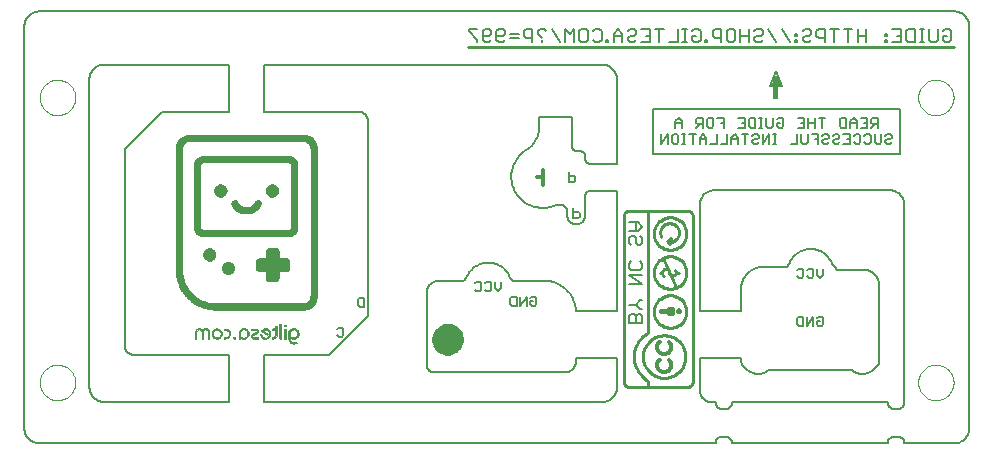
<source format=gbo>
G75*
G70*
%OFA0B0*%
%FSLAX24Y24*%
%IPPOS*%
%LPD*%
%AMOC8*
5,1,8,0,0,1.08239X$1,22.5*
%
%ADD10C,0.0080*%
%ADD11C,0.0050*%
%ADD12C,0.0000*%
%ADD13C,0.0100*%
%ADD14C,0.0060*%
%ADD15C,0.0120*%
%ADD16C,0.0070*%
%ADD17C,0.0200*%
%ADD18C,0.0020*%
%ADD19C,0.0040*%
D10*
X020699Y004557D02*
X020699Y004767D01*
X020769Y004837D01*
X020839Y004837D01*
X020909Y004767D01*
X020909Y004557D01*
X020699Y004557D02*
X021120Y004557D01*
X021120Y004767D01*
X021050Y004837D01*
X020979Y004837D01*
X020909Y004767D01*
X021050Y005017D02*
X020909Y005157D01*
X020699Y005157D01*
X020909Y005157D02*
X021050Y005297D01*
X021120Y005297D01*
X021120Y005017D02*
X021050Y005017D01*
X021120Y005857D02*
X020699Y005857D01*
X020699Y006137D02*
X021120Y005857D01*
X021120Y006137D02*
X020699Y006137D01*
X020769Y006317D02*
X020699Y006387D01*
X020699Y006527D01*
X020769Y006597D01*
X021050Y006597D02*
X021120Y006527D01*
X021120Y006387D01*
X021050Y006317D01*
X020769Y006317D01*
X020769Y007157D02*
X020699Y007227D01*
X020699Y007367D01*
X020769Y007437D01*
X020839Y007437D01*
X020909Y007367D01*
X020909Y007227D01*
X020979Y007157D01*
X021050Y007157D01*
X021120Y007227D01*
X021120Y007367D01*
X021050Y007437D01*
X020979Y007617D02*
X020699Y007617D01*
X020909Y007617D02*
X020909Y007897D01*
X020979Y007897D02*
X020699Y007897D01*
X020979Y007897D02*
X021120Y007757D01*
X020979Y007617D01*
X021478Y010196D02*
X021478Y011696D01*
X029728Y011696D01*
X029728Y010196D01*
X021478Y010196D01*
X025528Y012046D02*
X025628Y012046D01*
X025628Y012446D01*
X025578Y012446D01*
X025528Y012446D01*
X025528Y012046D01*
X025578Y012046D02*
X025578Y012446D01*
X025628Y012446D02*
X025778Y012446D01*
X025578Y012946D01*
X025378Y012446D01*
X025528Y012446D01*
X025478Y012496D02*
X025728Y012496D01*
X025628Y012746D01*
X025528Y012546D01*
X025628Y012546D01*
X025628Y012646D01*
X025578Y012796D02*
X025478Y012496D01*
X025603Y013916D02*
X025323Y014336D01*
X025143Y014266D02*
X025143Y014196D01*
X025073Y014126D01*
X024932Y014126D01*
X024862Y014056D01*
X024862Y013986D01*
X024932Y013916D01*
X025073Y013916D01*
X025143Y013986D01*
X025143Y014266D02*
X025073Y014336D01*
X024932Y014336D01*
X024862Y014266D01*
X024682Y014336D02*
X024682Y013916D01*
X024402Y013916D02*
X024402Y014336D01*
X024222Y014266D02*
X024222Y013986D01*
X024152Y013916D01*
X024012Y013916D01*
X023942Y013986D01*
X023942Y014266D01*
X024012Y014336D01*
X024152Y014336D01*
X024222Y014266D01*
X024402Y014126D02*
X024682Y014126D01*
X023761Y014056D02*
X023551Y014056D01*
X023481Y014126D01*
X023481Y014266D01*
X023551Y014336D01*
X023761Y014336D01*
X023761Y013916D01*
X023301Y013916D02*
X023301Y013986D01*
X023231Y013986D01*
X023231Y013916D01*
X023301Y013916D01*
X023071Y013986D02*
X023001Y013916D01*
X022861Y013916D01*
X022791Y013986D01*
X022791Y014126D01*
X022931Y014126D01*
X023071Y014266D02*
X023071Y013986D01*
X022610Y013916D02*
X022470Y013916D01*
X022540Y013916D02*
X022540Y014336D01*
X022610Y014336D02*
X022470Y014336D01*
X022304Y014336D02*
X022304Y013916D01*
X022023Y013916D01*
X021703Y013916D02*
X021703Y014336D01*
X021843Y014336D02*
X021563Y014336D01*
X021383Y014336D02*
X021383Y013916D01*
X021103Y013916D01*
X020922Y013986D02*
X020852Y013916D01*
X020712Y013916D01*
X020642Y013986D01*
X020642Y014056D01*
X020712Y014126D01*
X020852Y014126D01*
X020922Y014196D01*
X020922Y014266D01*
X020852Y014336D01*
X020712Y014336D01*
X020642Y014266D01*
X020462Y014196D02*
X020322Y014336D01*
X020182Y014196D01*
X020182Y013916D01*
X020002Y013916D02*
X019932Y013916D01*
X019932Y013986D01*
X020002Y013986D01*
X020002Y013916D01*
X019771Y013986D02*
X019701Y013916D01*
X019561Y013916D01*
X019491Y013986D01*
X019311Y013986D02*
X019241Y013916D01*
X019101Y013916D01*
X019031Y013986D01*
X019031Y014266D01*
X019101Y014336D01*
X019241Y014336D01*
X019311Y014266D01*
X019311Y013986D01*
X019771Y013986D02*
X019771Y014266D01*
X019701Y014336D01*
X019561Y014336D01*
X019491Y014266D01*
X018851Y014336D02*
X018710Y014196D01*
X018570Y014336D01*
X018570Y013916D01*
X018390Y013916D02*
X018110Y014336D01*
X017930Y014266D02*
X017860Y014336D01*
X017720Y014336D01*
X017650Y014266D01*
X017650Y014196D01*
X017790Y014056D01*
X017790Y013986D02*
X017790Y013916D01*
X017469Y013916D02*
X017469Y014336D01*
X017259Y014336D01*
X017189Y014266D01*
X017189Y014126D01*
X017259Y014056D01*
X017469Y014056D01*
X017009Y014056D02*
X016729Y014056D01*
X016729Y014196D02*
X017009Y014196D01*
X016549Y014196D02*
X016479Y014126D01*
X016268Y014126D01*
X016268Y013986D02*
X016268Y014266D01*
X016338Y014336D01*
X016479Y014336D01*
X016549Y014266D01*
X016549Y014196D01*
X016549Y013986D02*
X016479Y013916D01*
X016338Y013916D01*
X016268Y013986D01*
X016088Y013986D02*
X016018Y013916D01*
X015878Y013916D01*
X015808Y013986D01*
X015808Y014266D01*
X015878Y014336D01*
X016018Y014336D01*
X016088Y014266D01*
X016088Y014196D01*
X016018Y014126D01*
X015808Y014126D01*
X015628Y013986D02*
X015628Y013916D01*
X015628Y013986D02*
X015348Y014266D01*
X015348Y014336D01*
X015628Y014336D01*
X018851Y014336D02*
X018851Y013916D01*
X020182Y014126D02*
X020462Y014126D01*
X020462Y014196D02*
X020462Y013916D01*
X021103Y014336D02*
X021383Y014336D01*
X021383Y014126D02*
X021243Y014126D01*
X022791Y014266D02*
X022861Y014336D01*
X023001Y014336D01*
X023071Y014266D01*
X025783Y014336D02*
X026063Y013916D01*
X026224Y013916D02*
X026294Y013916D01*
X026294Y013986D01*
X026224Y013986D01*
X026224Y013916D01*
X026474Y013986D02*
X026544Y013916D01*
X026684Y013916D01*
X026754Y013986D01*
X026684Y014126D02*
X026544Y014126D01*
X026474Y014056D01*
X026474Y013986D01*
X026294Y014126D02*
X026294Y014196D01*
X026224Y014196D01*
X026224Y014126D01*
X026294Y014126D01*
X026474Y014266D02*
X026544Y014336D01*
X026684Y014336D01*
X026754Y014266D01*
X026754Y014196D01*
X026684Y014126D01*
X026934Y014126D02*
X027004Y014056D01*
X027214Y014056D01*
X027214Y013916D02*
X027214Y014336D01*
X027004Y014336D01*
X026934Y014266D01*
X026934Y014126D01*
X027395Y014336D02*
X027675Y014336D01*
X027535Y014336D02*
X027535Y013916D01*
X027995Y013916D02*
X027995Y014336D01*
X028135Y014336D02*
X027855Y014336D01*
X028315Y014336D02*
X028315Y013916D01*
X028596Y013916D02*
X028596Y014336D01*
X028596Y014126D02*
X028315Y014126D01*
X029216Y014126D02*
X029286Y014126D01*
X029286Y014196D01*
X029216Y014196D01*
X029216Y014126D01*
X029216Y013986D02*
X029216Y013916D01*
X029286Y013916D01*
X029286Y013986D01*
X029216Y013986D01*
X029466Y013916D02*
X029747Y013916D01*
X029747Y014336D01*
X029466Y014336D01*
X029606Y014126D02*
X029747Y014126D01*
X029927Y013986D02*
X029927Y014266D01*
X029997Y014336D01*
X030207Y014336D01*
X030207Y013916D01*
X029997Y013916D01*
X029927Y013986D01*
X030374Y013916D02*
X030514Y013916D01*
X030444Y013916D02*
X030444Y014336D01*
X030514Y014336D02*
X030374Y014336D01*
X030694Y014336D02*
X030694Y013986D01*
X030764Y013916D01*
X030904Y013916D01*
X030974Y013986D01*
X030974Y014336D01*
X031154Y014266D02*
X031224Y014336D01*
X031365Y014336D01*
X031435Y014266D01*
X031435Y013986D01*
X031365Y013916D01*
X031224Y013916D01*
X031154Y013986D01*
X031154Y014126D01*
X031295Y014126D01*
D11*
X023572Y000534D02*
X001034Y000534D01*
X000990Y000536D01*
X000947Y000542D01*
X000905Y000551D01*
X000863Y000564D01*
X000823Y000581D01*
X000784Y000601D01*
X000747Y000624D01*
X000713Y000651D01*
X000680Y000680D01*
X000651Y000713D01*
X000624Y000747D01*
X000601Y000784D01*
X000581Y000823D01*
X000564Y000863D01*
X000551Y000905D01*
X000542Y000947D01*
X000536Y000990D01*
X000534Y001034D01*
X000534Y014435D01*
X000536Y014478D01*
X000542Y014522D01*
X000551Y014564D01*
X000564Y014606D01*
X000581Y014646D01*
X000601Y014684D01*
X000625Y014721D01*
X000651Y014756D01*
X000681Y014788D01*
X000713Y014817D01*
X000748Y014843D01*
X000784Y014867D01*
X000823Y014887D01*
X000863Y014903D01*
X000905Y014916D01*
X000947Y014926D01*
X000990Y014931D01*
X001034Y014933D01*
X031519Y014933D01*
X031518Y014933D02*
X031563Y014932D01*
X031606Y014926D01*
X031649Y014917D01*
X031692Y014905D01*
X031733Y014888D01*
X031772Y014869D01*
X031809Y014845D01*
X031845Y014819D01*
X031877Y014790D01*
X031908Y014758D01*
X031935Y014723D01*
X031959Y014686D01*
X031980Y014647D01*
X031997Y014607D01*
X032011Y014565D01*
X032021Y014522D01*
X032027Y014478D01*
X032030Y014435D01*
X032030Y001034D01*
X032030Y001033D02*
X032028Y000989D01*
X032021Y000946D01*
X032011Y000903D01*
X031998Y000861D01*
X031980Y000820D01*
X031959Y000781D01*
X031935Y000744D01*
X031908Y000710D01*
X031878Y000677D01*
X031845Y000648D01*
X031810Y000621D01*
X031772Y000598D01*
X031733Y000578D01*
X031692Y000562D01*
X031650Y000549D01*
X031606Y000540D01*
X031563Y000534D01*
X031518Y000533D01*
X031519Y000534D02*
X029864Y000534D01*
X029865Y000534D02*
X029864Y000562D01*
X029860Y000590D01*
X029853Y000617D01*
X029841Y000643D01*
X029827Y000668D01*
X029809Y000690D01*
X029789Y000710D01*
X029766Y000727D01*
X029741Y000741D01*
X029715Y000751D01*
X029688Y000758D01*
X029659Y000762D01*
X029509Y000762D01*
X029481Y000758D01*
X029454Y000751D01*
X029428Y000740D01*
X029404Y000726D01*
X029382Y000709D01*
X029362Y000689D01*
X029345Y000667D01*
X029331Y000643D01*
X029320Y000617D01*
X029313Y000590D01*
X029309Y000562D01*
X029309Y000534D01*
X024122Y000534D01*
X024122Y000562D01*
X024118Y000590D01*
X024111Y000617D01*
X024100Y000643D01*
X024086Y000667D01*
X024069Y000689D01*
X024049Y000709D01*
X024027Y000726D01*
X024003Y000740D01*
X023977Y000751D01*
X023950Y000758D01*
X023922Y000762D01*
X023772Y000762D01*
X023744Y000758D01*
X023717Y000751D01*
X023691Y000740D01*
X023667Y000726D01*
X023645Y000709D01*
X023625Y000689D01*
X023608Y000667D01*
X023594Y000643D01*
X023583Y000617D01*
X023576Y000590D01*
X023572Y000562D01*
X023572Y000534D01*
X023772Y001684D02*
X023922Y001684D01*
X023950Y001688D01*
X023977Y001695D01*
X024003Y001706D01*
X024027Y001720D01*
X024049Y001737D01*
X024069Y001757D01*
X024086Y001779D01*
X024100Y001803D01*
X024111Y001829D01*
X024118Y001856D01*
X024122Y001884D01*
X024122Y001912D01*
X029309Y001912D01*
X029309Y001884D01*
X029313Y001856D01*
X029320Y001829D01*
X029331Y001803D01*
X029345Y001779D01*
X029362Y001757D01*
X029382Y001737D01*
X029404Y001720D01*
X029428Y001706D01*
X029454Y001695D01*
X029481Y001688D01*
X029509Y001684D01*
X029659Y001684D01*
X029659Y001683D02*
X029688Y001687D01*
X029715Y001694D01*
X029741Y001704D01*
X029766Y001718D01*
X029789Y001735D01*
X029809Y001755D01*
X029827Y001777D01*
X029841Y001802D01*
X029853Y001828D01*
X029860Y001855D01*
X029864Y001883D01*
X029865Y001911D01*
X029864Y001912D02*
X029864Y008502D01*
X029865Y008502D02*
X029860Y008544D01*
X029852Y008586D01*
X029840Y008627D01*
X029825Y008667D01*
X029807Y008705D01*
X029785Y008742D01*
X029761Y008777D01*
X029734Y008809D01*
X029704Y008840D01*
X029672Y008867D01*
X029638Y008892D01*
X029601Y008915D01*
X029563Y008934D01*
X029524Y008949D01*
X029483Y008962D01*
X029442Y008971D01*
X029400Y008977D01*
X029357Y008979D01*
X029315Y008978D01*
X029314Y008977D02*
X023522Y008977D01*
X023522Y008978D02*
X023477Y008972D01*
X023433Y008963D01*
X023390Y008951D01*
X023349Y008934D01*
X023309Y008914D01*
X023270Y008890D01*
X023234Y008864D01*
X023201Y008834D01*
X023170Y008801D01*
X023142Y008766D01*
X023118Y008729D01*
X023096Y008689D01*
X023079Y008648D01*
X023065Y008605D01*
X023054Y008562D01*
X023048Y008517D01*
X023045Y008473D01*
X023046Y008428D01*
X023047Y008427D02*
X023047Y004942D01*
X024425Y004942D01*
X024425Y005745D01*
X024431Y005797D01*
X024441Y005849D01*
X024454Y005900D01*
X024471Y005950D01*
X024492Y005998D01*
X024516Y006045D01*
X024544Y006090D01*
X024575Y006132D01*
X024609Y006173D01*
X024646Y006210D01*
X024685Y006245D01*
X024727Y006277D01*
X024771Y006306D01*
X024817Y006331D01*
X024865Y006353D01*
X024915Y006372D01*
X024965Y006386D01*
X025017Y006397D01*
X025069Y006404D01*
X025069Y006405D02*
X025919Y006405D01*
X025942Y006420D01*
X025965Y006438D01*
X025985Y006458D01*
X026003Y006481D01*
X026018Y006505D01*
X026296Y006305D02*
X026348Y006357D01*
X026451Y006357D01*
X026503Y006305D01*
X026503Y006098D01*
X026451Y006047D01*
X026348Y006047D01*
X026296Y006098D01*
X026628Y006098D02*
X026679Y006047D01*
X026783Y006047D01*
X026834Y006098D01*
X026834Y006305D01*
X026783Y006357D01*
X026679Y006357D01*
X026628Y006305D01*
X026019Y006505D02*
X026039Y006555D01*
X026062Y006603D01*
X026089Y006650D01*
X026119Y006695D01*
X026153Y006737D01*
X026189Y006777D01*
X026227Y006815D01*
X026269Y006849D01*
X026312Y006881D01*
X026358Y006910D01*
X026406Y006935D01*
X026455Y006957D01*
X026505Y006975D01*
X026557Y006990D01*
X026610Y007001D01*
X026663Y007009D01*
X026717Y007013D01*
X026771Y007013D01*
X026825Y007009D01*
X026878Y007001D01*
X026931Y006990D01*
X026983Y006975D01*
X027033Y006957D01*
X027082Y006935D01*
X027130Y006910D01*
X027176Y006881D01*
X027219Y006849D01*
X027261Y006815D01*
X027299Y006777D01*
X027335Y006737D01*
X027369Y006695D01*
X027399Y006650D01*
X027426Y006603D01*
X027449Y006555D01*
X027469Y006505D01*
X027166Y006357D02*
X027166Y006150D01*
X027063Y006047D01*
X026959Y006150D01*
X026959Y006357D01*
X027669Y006305D02*
X028601Y006305D01*
X028601Y006304D02*
X028643Y006297D01*
X028684Y006286D01*
X028724Y006272D01*
X028762Y006254D01*
X028799Y006233D01*
X028834Y006208D01*
X028866Y006181D01*
X028896Y006151D01*
X028924Y006119D01*
X028948Y006084D01*
X028969Y006048D01*
X028988Y006009D01*
X029002Y005969D01*
X029013Y005928D01*
X029021Y005887D01*
X029024Y005845D01*
X029025Y005845D02*
X029025Y003231D01*
X029024Y003231D02*
X029004Y003187D01*
X028980Y003145D01*
X028953Y003105D01*
X028923Y003067D01*
X028890Y003032D01*
X028854Y002999D01*
X028816Y002969D01*
X028776Y002942D01*
X028733Y002919D01*
X028689Y002899D01*
X028644Y002882D01*
X028597Y002869D01*
X028550Y002860D01*
X028502Y002855D01*
X028453Y002853D01*
X028405Y002855D01*
X028357Y002861D01*
X028310Y002871D01*
X028263Y002884D01*
X028218Y002901D01*
X028121Y002995D02*
X025331Y002995D01*
X025330Y002995D02*
X025316Y002971D01*
X025299Y002949D01*
X025278Y002930D01*
X025255Y002914D01*
X025231Y002901D01*
X024425Y003231D02*
X024425Y003367D01*
X023047Y003367D01*
X023047Y002275D01*
X023046Y002275D02*
X023051Y002237D01*
X023060Y002199D01*
X023072Y002162D01*
X023088Y002127D01*
X023107Y002093D01*
X023130Y002061D01*
X023155Y002032D01*
X023184Y002005D01*
X023214Y001981D01*
X023247Y001961D01*
X023282Y001943D01*
X023318Y001929D01*
X023356Y001919D01*
X023394Y001913D01*
X023433Y001910D01*
X023472Y001911D01*
X023472Y001912D02*
X023572Y001912D01*
X023572Y001884D01*
X023576Y001856D01*
X023583Y001829D01*
X023594Y001803D01*
X023608Y001779D01*
X023625Y001757D01*
X023645Y001737D01*
X023667Y001720D01*
X023691Y001706D01*
X023717Y001695D01*
X023744Y001688D01*
X023772Y001684D01*
X020291Y002462D02*
X020291Y003367D01*
X018913Y003367D01*
X018913Y003247D01*
X018911Y003211D01*
X018905Y003174D01*
X018895Y003139D01*
X018882Y003105D01*
X018865Y003072D01*
X018844Y003041D01*
X018821Y003013D01*
X018795Y002987D01*
X018766Y002964D01*
X018735Y002945D01*
X018702Y002928D01*
X018668Y002915D01*
X018632Y002906D01*
X018596Y002901D01*
X018559Y002899D01*
X014199Y002899D01*
X014169Y002901D01*
X014139Y002906D01*
X014110Y002915D01*
X014083Y002928D01*
X014057Y002943D01*
X014033Y002962D01*
X014012Y002983D01*
X013993Y003007D01*
X013978Y003033D01*
X013965Y003060D01*
X013956Y003089D01*
X013951Y003119D01*
X013949Y003149D01*
X013949Y005555D01*
X013949Y005554D02*
X013950Y005592D01*
X013954Y005629D01*
X013962Y005666D01*
X013973Y005702D01*
X013988Y005737D01*
X014006Y005770D01*
X014027Y005802D01*
X014051Y005830D01*
X014078Y005857D01*
X014108Y005881D01*
X014139Y005901D01*
X014173Y005919D01*
X014208Y005933D01*
X014244Y005943D01*
X014281Y005950D01*
X014319Y005954D01*
X014319Y005955D02*
X015169Y005955D01*
X015551Y005865D02*
X015603Y005917D01*
X015706Y005917D01*
X015758Y005865D01*
X015758Y005658D01*
X015706Y005607D01*
X015603Y005607D01*
X015551Y005658D01*
X015883Y005658D02*
X015934Y005607D01*
X016038Y005607D01*
X016089Y005658D01*
X016089Y005865D01*
X016038Y005917D01*
X015934Y005917D01*
X015883Y005865D01*
X015269Y006055D02*
X015289Y006105D01*
X015312Y006153D01*
X015339Y006200D01*
X015369Y006245D01*
X015403Y006287D01*
X015439Y006327D01*
X015477Y006365D01*
X015519Y006399D01*
X015562Y006431D01*
X015608Y006460D01*
X015656Y006485D01*
X015705Y006507D01*
X015755Y006525D01*
X015807Y006540D01*
X015860Y006551D01*
X015913Y006559D01*
X015967Y006563D01*
X016021Y006563D01*
X016075Y006559D01*
X016128Y006551D01*
X016181Y006540D01*
X016233Y006525D01*
X016283Y006507D01*
X016332Y006485D01*
X016380Y006460D01*
X016426Y006431D01*
X016469Y006399D01*
X016511Y006365D01*
X016549Y006327D01*
X016585Y006287D01*
X016619Y006245D01*
X016649Y006200D01*
X016676Y006153D01*
X016699Y006105D01*
X016719Y006055D01*
X016819Y005955D02*
X017751Y005955D01*
X016819Y005955D02*
X016795Y005970D01*
X016772Y005988D01*
X016752Y006008D01*
X016734Y006031D01*
X016719Y006055D01*
X016421Y005917D02*
X016421Y005710D01*
X016318Y005607D01*
X016214Y005710D01*
X016214Y005917D01*
X016734Y005375D02*
X016785Y005427D01*
X016940Y005427D01*
X016940Y005117D01*
X016785Y005117D01*
X016734Y005168D01*
X016734Y005375D01*
X017065Y005427D02*
X017065Y005117D01*
X017272Y005427D01*
X017272Y005117D01*
X017396Y005168D02*
X017396Y005272D01*
X017500Y005272D01*
X017603Y005375D02*
X017552Y005427D01*
X017448Y005427D01*
X017396Y005375D01*
X017396Y005168D02*
X017448Y005117D01*
X017552Y005117D01*
X017603Y005168D01*
X017603Y005375D01*
X017751Y005954D02*
X017816Y005958D01*
X017880Y005959D01*
X017944Y005955D01*
X018008Y005948D01*
X018071Y005937D01*
X018134Y005922D01*
X018195Y005903D01*
X018255Y005880D01*
X018314Y005854D01*
X018371Y005825D01*
X018426Y005792D01*
X018480Y005756D01*
X018530Y005716D01*
X018579Y005674D01*
X018624Y005629D01*
X018667Y005581D01*
X018707Y005531D01*
X018744Y005478D01*
X018778Y005423D01*
X018808Y005366D01*
X018835Y005308D01*
X018858Y005248D01*
X018877Y005187D01*
X018893Y005124D01*
X018905Y005061D01*
X018913Y004998D01*
X018913Y004942D01*
X020291Y004942D01*
X020291Y008957D01*
X019404Y008957D01*
X019404Y008956D02*
X019381Y008957D01*
X019358Y008954D01*
X019335Y008948D01*
X019314Y008938D01*
X019294Y008926D01*
X019276Y008911D01*
X019261Y008894D01*
X019248Y008874D01*
X019238Y008853D01*
X019231Y008831D01*
X019228Y008808D01*
X019228Y008137D01*
X019226Y008103D01*
X019220Y008070D01*
X019211Y008037D01*
X019198Y008006D01*
X019182Y007976D01*
X019162Y007948D01*
X019139Y007923D01*
X019114Y007900D01*
X019086Y007880D01*
X019056Y007864D01*
X019025Y007851D01*
X018992Y007842D01*
X018959Y007836D01*
X018925Y007834D01*
X018891Y007836D01*
X018858Y007842D01*
X018825Y007851D01*
X018794Y007864D01*
X018764Y007880D01*
X018736Y007900D01*
X018711Y007923D01*
X018688Y007948D01*
X018668Y007976D01*
X018652Y008006D01*
X018639Y008037D01*
X018630Y008070D01*
X018624Y008103D01*
X018622Y008137D01*
X018623Y008137D02*
X018623Y008336D01*
X018473Y008486D01*
X018253Y008486D01*
X018252Y008487D02*
X018195Y008461D01*
X018136Y008439D01*
X018076Y008421D01*
X018014Y008407D01*
X017952Y008396D01*
X017890Y008389D01*
X017827Y008385D01*
X017764Y008386D01*
X017701Y008390D01*
X017639Y008398D01*
X017577Y008410D01*
X017516Y008426D01*
X017456Y008445D01*
X017398Y008468D01*
X017341Y008494D01*
X017285Y008524D01*
X017232Y008557D01*
X017180Y008593D01*
X017131Y008632D01*
X017085Y008674D01*
X017040Y008719D01*
X016999Y008767D01*
X016961Y008817D01*
X016926Y008869D01*
X016894Y008923D01*
X016865Y008979D01*
X016840Y009037D01*
X016818Y009096D01*
X016800Y009156D01*
X016786Y009217D01*
X016775Y009279D01*
X016768Y009342D01*
X016765Y009405D01*
X016766Y009467D01*
X016770Y009530D01*
X016779Y009593D01*
X016791Y009654D01*
X016807Y009715D01*
X016826Y009775D01*
X016849Y009834D01*
X016876Y009891D01*
X016906Y009946D01*
X016939Y009999D01*
X016975Y010051D01*
X017015Y010100D01*
X017057Y010146D01*
X017102Y010190D01*
X017150Y010231D01*
X017200Y010269D01*
X017688Y010897D02*
X017688Y011397D01*
X018788Y011397D01*
X018788Y010447D01*
X018789Y010447D02*
X018788Y010423D01*
X018791Y010400D01*
X018798Y010378D01*
X018807Y010356D01*
X018819Y010336D01*
X018835Y010319D01*
X018852Y010303D01*
X018872Y010290D01*
X018893Y010280D01*
X018915Y010273D01*
X018938Y010270D01*
X018938Y010269D02*
X019078Y010269D01*
X019101Y010265D01*
X019123Y010259D01*
X019144Y010250D01*
X019163Y010237D01*
X019181Y010222D01*
X019196Y010205D01*
X019208Y010186D01*
X019218Y010165D01*
X019224Y010143D01*
X019228Y010120D01*
X019228Y010097D01*
X019228Y010034D01*
X019227Y010011D01*
X019230Y009988D01*
X019236Y009966D01*
X019245Y009945D01*
X019257Y009925D01*
X019271Y009907D01*
X019288Y009891D01*
X019307Y009878D01*
X019328Y009868D01*
X019350Y009861D01*
X019373Y009857D01*
X020291Y009857D01*
X020291Y012686D01*
X020291Y012685D02*
X020286Y012727D01*
X020278Y012769D01*
X020266Y012810D01*
X020251Y012850D01*
X020233Y012888D01*
X020211Y012925D01*
X020187Y012960D01*
X020160Y012992D01*
X020130Y013023D01*
X020098Y013050D01*
X020064Y013075D01*
X020027Y013098D01*
X019989Y013117D01*
X019950Y013132D01*
X019909Y013145D01*
X019868Y013154D01*
X019826Y013160D01*
X019783Y013162D01*
X019741Y013161D01*
X008521Y013161D01*
X008521Y011586D01*
X011680Y011586D01*
X011714Y011584D01*
X011747Y011578D01*
X011779Y011569D01*
X011810Y011556D01*
X011840Y011540D01*
X011867Y011521D01*
X011892Y011498D01*
X011915Y011473D01*
X011934Y011446D01*
X011950Y011416D01*
X011963Y011385D01*
X011972Y011353D01*
X011978Y011320D01*
X011980Y011286D01*
X011980Y004786D01*
X010680Y003486D01*
X008521Y003486D01*
X008521Y001912D01*
X019815Y001912D01*
X019815Y001911D02*
X019857Y001916D01*
X019899Y001924D01*
X019940Y001936D01*
X019980Y001951D01*
X020018Y001969D01*
X020055Y001991D01*
X020090Y002015D01*
X020122Y002042D01*
X020153Y002072D01*
X020180Y002104D01*
X020205Y002138D01*
X020228Y002175D01*
X020247Y002213D01*
X020262Y002252D01*
X020275Y002293D01*
X020284Y002334D01*
X020290Y002376D01*
X020292Y002419D01*
X020291Y002461D01*
X024425Y003231D02*
X024445Y003187D01*
X024469Y003145D01*
X024496Y003105D01*
X024526Y003067D01*
X024559Y003032D01*
X024595Y002999D01*
X024633Y002969D01*
X024673Y002942D01*
X024716Y002919D01*
X024760Y002899D01*
X024805Y002882D01*
X024852Y002869D01*
X024899Y002860D01*
X024947Y002855D01*
X024996Y002853D01*
X025044Y002855D01*
X025092Y002861D01*
X025139Y002871D01*
X025186Y002884D01*
X025231Y002901D01*
X028121Y002995D02*
X028135Y002971D01*
X028152Y002949D01*
X028171Y002930D01*
X028194Y002914D01*
X028218Y002901D01*
X027104Y004447D02*
X027001Y004447D01*
X026949Y004498D01*
X026949Y004602D01*
X027053Y004602D01*
X027156Y004705D02*
X027156Y004498D01*
X027104Y004447D01*
X026824Y004447D02*
X026824Y004757D01*
X026618Y004447D01*
X026618Y004757D01*
X026493Y004757D02*
X026338Y004757D01*
X026286Y004705D01*
X026286Y004498D01*
X026338Y004447D01*
X026493Y004447D01*
X026493Y004757D01*
X026949Y004705D02*
X027001Y004757D01*
X027104Y004757D01*
X027156Y004705D01*
X027669Y006305D02*
X027634Y006327D01*
X027602Y006351D01*
X027571Y006378D01*
X027542Y006407D01*
X027515Y006438D01*
X027491Y006470D01*
X027469Y006505D01*
X017688Y010896D02*
X017670Y010836D01*
X017648Y010777D01*
X017622Y010720D01*
X017593Y010664D01*
X017561Y010611D01*
X017525Y010559D01*
X017487Y010509D01*
X017446Y010462D01*
X017401Y010417D01*
X017355Y010376D01*
X017305Y010337D01*
X017254Y010301D01*
X017200Y010268D01*
X010274Y010364D02*
X010274Y005414D01*
X010104Y005434D02*
X010104Y010344D01*
X010274Y010364D02*
X010272Y010403D01*
X010267Y010441D01*
X010258Y010479D01*
X010246Y010516D01*
X010230Y010551D01*
X010211Y010585D01*
X010189Y010617D01*
X010164Y010647D01*
X010137Y010674D01*
X010107Y010699D01*
X010075Y010721D01*
X010041Y010740D01*
X010006Y010756D01*
X009969Y010768D01*
X009931Y010777D01*
X009893Y010782D01*
X009854Y010784D01*
X006034Y010784D01*
X006054Y010614D02*
X009834Y010614D01*
X009864Y010612D01*
X009894Y010607D01*
X009923Y010599D01*
X009951Y010587D01*
X009978Y010573D01*
X010002Y010555D01*
X010025Y010535D01*
X010045Y010512D01*
X010063Y010488D01*
X010077Y010461D01*
X010089Y010433D01*
X010097Y010404D01*
X010102Y010374D01*
X010104Y010344D01*
X009634Y009784D02*
X009634Y007724D01*
X009454Y007734D02*
X009454Y009794D01*
X009452Y009813D01*
X009447Y009832D01*
X009439Y009849D01*
X009428Y009865D01*
X009415Y009878D01*
X009399Y009889D01*
X009382Y009897D01*
X009363Y009902D01*
X009344Y009904D01*
X006494Y009904D01*
X006477Y009902D01*
X006460Y009898D01*
X006444Y009891D01*
X006430Y009881D01*
X006417Y009868D01*
X006407Y009854D01*
X006400Y009838D01*
X006396Y009821D01*
X006394Y009804D01*
X006394Y007734D01*
X006214Y007734D02*
X006216Y007702D01*
X006221Y007669D01*
X006230Y007638D01*
X006243Y007608D01*
X006258Y007580D01*
X006277Y007553D01*
X006299Y007529D01*
X006323Y007507D01*
X006350Y007488D01*
X006378Y007473D01*
X006408Y007460D01*
X006439Y007451D01*
X006472Y007446D01*
X006504Y007444D01*
X009354Y007444D01*
X009334Y007614D02*
X006514Y007614D01*
X006493Y007616D01*
X006473Y007621D01*
X006454Y007630D01*
X006437Y007642D01*
X006422Y007657D01*
X006410Y007674D01*
X006401Y007693D01*
X006396Y007713D01*
X006394Y007734D01*
X006214Y007734D02*
X006214Y009794D01*
X006216Y009826D01*
X006221Y009859D01*
X006230Y009890D01*
X006243Y009920D01*
X006258Y009948D01*
X006277Y009975D01*
X006299Y009999D01*
X006323Y010021D01*
X006350Y010040D01*
X006378Y010055D01*
X006408Y010068D01*
X006439Y010077D01*
X006472Y010082D01*
X006504Y010084D01*
X009334Y010084D01*
X009368Y010082D01*
X009401Y010076D01*
X009433Y010067D01*
X009464Y010054D01*
X009494Y010038D01*
X009521Y010019D01*
X009546Y009996D01*
X009569Y009971D01*
X009588Y009944D01*
X009604Y009914D01*
X009617Y009883D01*
X009626Y009851D01*
X009632Y009818D01*
X009634Y009784D01*
X008393Y008584D02*
X008407Y008564D01*
X008418Y008544D01*
X008417Y008500D01*
X008391Y008441D01*
X008345Y008376D01*
X008309Y008334D01*
X008265Y008298D01*
X008186Y008248D01*
X008128Y008227D01*
X008085Y008217D01*
X008034Y008206D01*
X007998Y008202D01*
X007949Y008200D01*
X007941Y008199D02*
X007835Y008204D01*
X007754Y008225D01*
X007699Y008250D01*
X007635Y008289D01*
X007586Y008328D01*
X007534Y008384D01*
X007489Y008456D01*
X007469Y008510D01*
X007471Y008548D01*
X007486Y008572D01*
X007518Y008602D01*
X007545Y008612D01*
X007576Y008613D01*
X007610Y008600D01*
X007636Y008571D01*
X007666Y008513D01*
X007694Y008474D01*
X007725Y008448D01*
X007759Y008424D01*
X007796Y008406D01*
X007834Y008393D01*
X007872Y008384D01*
X007902Y008378D01*
X008015Y008378D01*
X008064Y008395D01*
X008113Y008415D01*
X008160Y008445D01*
X008203Y008482D01*
X008234Y008529D01*
X008253Y008569D01*
X008289Y008602D01*
X008319Y008612D01*
X008342Y008611D01*
X008372Y008598D01*
X008393Y008584D01*
X009334Y007614D02*
X009355Y007616D01*
X009375Y007621D01*
X009394Y007630D01*
X009411Y007642D01*
X009426Y007657D01*
X009438Y007674D01*
X009447Y007693D01*
X009452Y007713D01*
X009454Y007734D01*
X009634Y007724D02*
X009632Y007693D01*
X009627Y007662D01*
X009618Y007632D01*
X009606Y007603D01*
X009591Y007575D01*
X009573Y007549D01*
X009552Y007526D01*
X009529Y007505D01*
X009503Y007487D01*
X009475Y007472D01*
X009446Y007460D01*
X009416Y007451D01*
X009385Y007446D01*
X009354Y007444D01*
X008914Y007014D02*
X008714Y007014D01*
X008696Y007012D01*
X008680Y007007D01*
X008664Y006999D01*
X008650Y006988D01*
X008639Y006974D01*
X008631Y006958D01*
X008626Y006942D01*
X008624Y006924D01*
X008624Y006674D01*
X009254Y006674D01*
X009271Y006672D01*
X009288Y006668D01*
X009304Y006661D01*
X009318Y006651D01*
X009331Y006638D01*
X009341Y006624D01*
X009348Y006608D01*
X009352Y006591D01*
X009354Y006574D01*
X009354Y006364D01*
X009352Y006348D01*
X009348Y006333D01*
X009341Y006320D01*
X009331Y006307D01*
X009318Y006297D01*
X009305Y006290D01*
X009290Y006286D01*
X009274Y006284D01*
X008384Y006284D01*
X008365Y006286D01*
X008346Y006291D01*
X008329Y006299D01*
X008313Y006310D01*
X008300Y006323D01*
X008289Y006339D01*
X008281Y006356D01*
X008276Y006375D01*
X008274Y006394D01*
X008274Y006564D01*
X008276Y006583D01*
X008281Y006602D01*
X008289Y006619D01*
X008300Y006635D01*
X008313Y006648D01*
X008329Y006659D01*
X008346Y006667D01*
X008365Y006672D01*
X008384Y006674D01*
X008624Y006674D01*
X008624Y006024D01*
X008626Y006008D01*
X008630Y005993D01*
X008637Y005980D01*
X008647Y005967D01*
X008660Y005957D01*
X008673Y005950D01*
X008688Y005946D01*
X008704Y005944D01*
X008914Y005944D01*
X008932Y005946D01*
X008948Y005951D01*
X008964Y005959D01*
X008978Y005970D01*
X008989Y005984D01*
X008997Y006000D01*
X009002Y006016D01*
X009004Y006034D01*
X009004Y006924D01*
X009002Y006942D01*
X008997Y006958D01*
X008989Y006974D01*
X008978Y006988D01*
X008964Y006999D01*
X008948Y007007D01*
X008932Y007012D01*
X008914Y007014D01*
X006934Y005164D02*
X006868Y005166D01*
X006802Y005172D01*
X006736Y005181D01*
X006671Y005195D01*
X006607Y005212D01*
X006544Y005233D01*
X006482Y005257D01*
X006422Y005285D01*
X006364Y005317D01*
X006308Y005352D01*
X006253Y005390D01*
X006201Y005431D01*
X006152Y005475D01*
X006105Y005522D01*
X006061Y005571D01*
X006020Y005623D01*
X005982Y005678D01*
X005947Y005734D01*
X005915Y005792D01*
X005887Y005852D01*
X005863Y005914D01*
X005842Y005977D01*
X005825Y006041D01*
X005811Y006106D01*
X005802Y006172D01*
X005796Y006238D01*
X005794Y006304D01*
X005794Y010354D01*
X005614Y010364D02*
X005614Y006304D01*
X005616Y006233D01*
X005622Y006162D01*
X005631Y006092D01*
X005645Y006022D01*
X005662Y005954D01*
X005683Y005886D01*
X005707Y005819D01*
X005735Y005754D01*
X005767Y005690D01*
X005802Y005629D01*
X005840Y005569D01*
X005881Y005511D01*
X005926Y005456D01*
X005973Y005403D01*
X006023Y005353D01*
X006076Y005306D01*
X006131Y005261D01*
X006189Y005220D01*
X006249Y005182D01*
X006310Y005147D01*
X006374Y005115D01*
X006439Y005087D01*
X006506Y005063D01*
X006574Y005042D01*
X006642Y005025D01*
X006712Y005011D01*
X006782Y005002D01*
X006853Y004996D01*
X006924Y004994D01*
X009854Y004994D01*
X009834Y005164D02*
X006934Y005164D01*
X008438Y004278D02*
X008613Y004180D01*
X008811Y004043D02*
X008825Y004045D01*
X008868Y004057D01*
X008899Y004078D01*
X008918Y004133D01*
X008920Y004430D01*
X008902Y004341D02*
X008808Y004339D01*
X009066Y004508D02*
X009067Y004046D01*
X009215Y004048D02*
X009216Y004337D01*
X009370Y004266D02*
X009408Y004314D01*
X009455Y004341D01*
X009521Y004350D01*
X009564Y004336D01*
X009618Y004301D01*
X009643Y004246D01*
X009655Y004210D01*
X009645Y004153D01*
X009620Y004093D01*
X009584Y004058D01*
X009540Y004044D01*
X009486Y004039D01*
X009448Y004051D01*
X009358Y004006D02*
X009359Y004213D01*
X009370Y004266D01*
X009358Y004006D02*
X009373Y003970D01*
X009400Y003931D01*
X009436Y003898D01*
X009490Y003881D01*
X009544Y003882D01*
X009589Y003891D01*
X010965Y004137D02*
X011014Y004089D01*
X011110Y004089D01*
X011159Y004137D01*
X011159Y004331D01*
X011110Y004379D01*
X011014Y004379D01*
X010965Y004331D01*
X011714Y005089D02*
X011665Y005137D01*
X011665Y005331D01*
X011714Y005379D01*
X011859Y005379D01*
X011859Y005089D01*
X011714Y005089D01*
X010274Y005414D02*
X010272Y005375D01*
X010267Y005337D01*
X010258Y005299D01*
X010246Y005262D01*
X010230Y005227D01*
X010211Y005193D01*
X010189Y005161D01*
X010164Y005131D01*
X010137Y005104D01*
X010107Y005079D01*
X010075Y005057D01*
X010041Y005038D01*
X010006Y005022D01*
X009969Y005010D01*
X009931Y005001D01*
X009893Y004996D01*
X009854Y004994D01*
X009834Y005164D02*
X009864Y005166D01*
X009894Y005171D01*
X009923Y005179D01*
X009951Y005191D01*
X009978Y005205D01*
X010002Y005223D01*
X010025Y005243D01*
X010045Y005266D01*
X010063Y005290D01*
X010077Y005317D01*
X010089Y005345D01*
X010097Y005374D01*
X010102Y005404D01*
X010104Y005434D01*
X014177Y004118D02*
X014208Y004200D01*
X014252Y004275D01*
X014308Y004341D01*
X014374Y004396D01*
X014448Y004439D01*
X014529Y004469D01*
X014614Y004484D01*
X014700Y004484D01*
X014785Y004469D01*
X014865Y004439D01*
X014940Y004396D01*
X015006Y004341D01*
X015061Y004274D01*
X015104Y004198D01*
X015133Y004117D01*
X015148Y004031D01*
X015147Y003944D01*
X015131Y003859D01*
X015101Y003777D01*
X015057Y003702D01*
X015001Y003636D01*
X014935Y003581D01*
X014860Y003538D01*
X014780Y003508D01*
X014695Y003493D01*
X014609Y003493D01*
X014524Y003508D01*
X014443Y003538D01*
X014369Y003581D01*
X014303Y003636D01*
X014247Y003703D01*
X014205Y003779D01*
X014175Y003860D01*
X014161Y003946D01*
X014162Y004033D01*
X014177Y004118D01*
X014179Y004123D02*
X015131Y004123D01*
X015140Y004074D02*
X014169Y004074D01*
X014161Y004026D02*
X015148Y004026D01*
X015147Y003977D02*
X014161Y003977D01*
X014164Y003929D02*
X015144Y003929D01*
X015135Y003880D02*
X014172Y003880D01*
X014186Y003832D02*
X015121Y003832D01*
X015103Y003783D02*
X014203Y003783D01*
X014229Y003735D02*
X015076Y003735D01*
X015044Y003686D02*
X014261Y003686D01*
X014301Y003638D02*
X015002Y003638D01*
X014945Y003589D02*
X014359Y003589D01*
X014438Y003541D02*
X014866Y003541D01*
X015114Y004171D02*
X014197Y004171D01*
X014219Y004220D02*
X015092Y004220D01*
X015065Y004268D02*
X014248Y004268D01*
X014287Y004317D02*
X015026Y004317D01*
X014977Y004365D02*
X014337Y004365D01*
X014404Y004414D02*
X014910Y004414D01*
X014803Y004462D02*
X014511Y004462D01*
X015168Y005955D02*
X015192Y005970D01*
X015215Y005988D01*
X015235Y006008D01*
X015253Y006031D01*
X015268Y006055D01*
X007340Y003486D02*
X004184Y003486D01*
X004150Y003488D01*
X004117Y003493D01*
X004084Y003502D01*
X004053Y003515D01*
X004023Y003531D01*
X003995Y003551D01*
X003970Y003573D01*
X003947Y003598D01*
X003927Y003626D01*
X003911Y003655D01*
X003898Y003687D01*
X003888Y003719D01*
X003882Y003752D01*
X003880Y003786D01*
X003880Y010336D01*
X005130Y011586D01*
X007340Y011586D01*
X007340Y013161D01*
X003175Y013161D01*
X003130Y013155D01*
X003086Y013146D01*
X003043Y013134D01*
X003002Y013117D01*
X002962Y013097D01*
X002923Y013073D01*
X002887Y013047D01*
X002854Y013017D01*
X002823Y012984D01*
X002795Y012949D01*
X002771Y012912D01*
X002749Y012872D01*
X002732Y012831D01*
X002718Y012788D01*
X002707Y012745D01*
X002701Y012700D01*
X002698Y012656D01*
X002699Y012611D01*
X002699Y002387D01*
X002704Y002345D01*
X002712Y002303D01*
X002724Y002262D01*
X002739Y002222D01*
X002757Y002184D01*
X002779Y002147D01*
X002803Y002112D01*
X002830Y002080D01*
X002860Y002049D01*
X002892Y002022D01*
X002926Y001997D01*
X002963Y001974D01*
X003001Y001955D01*
X003040Y001940D01*
X003081Y001927D01*
X003122Y001918D01*
X003164Y001912D01*
X003207Y001910D01*
X003249Y001911D01*
X003249Y001912D02*
X007340Y001912D01*
X007340Y003486D01*
X005794Y010354D02*
X005796Y010385D01*
X005802Y010416D01*
X005811Y010446D01*
X005824Y010475D01*
X005840Y010502D01*
X005859Y010526D01*
X005882Y010549D01*
X005906Y010568D01*
X005933Y010584D01*
X005962Y010597D01*
X005992Y010606D01*
X006023Y010612D01*
X006054Y010614D01*
X006034Y010784D02*
X005995Y010782D01*
X005957Y010777D01*
X005919Y010768D01*
X005882Y010756D01*
X005847Y010740D01*
X005813Y010721D01*
X005781Y010699D01*
X005751Y010674D01*
X005724Y010647D01*
X005699Y010617D01*
X005677Y010585D01*
X005658Y010551D01*
X005642Y010516D01*
X005630Y010479D01*
X005621Y010441D01*
X005616Y010403D01*
X005614Y010364D01*
D12*
X001046Y012065D02*
X001048Y012113D01*
X001054Y012161D01*
X001064Y012208D01*
X001077Y012254D01*
X001095Y012299D01*
X001115Y012343D01*
X001140Y012385D01*
X001168Y012424D01*
X001198Y012461D01*
X001232Y012495D01*
X001269Y012527D01*
X001307Y012556D01*
X001348Y012581D01*
X001391Y012603D01*
X001436Y012621D01*
X001482Y012635D01*
X001529Y012646D01*
X001577Y012653D01*
X001625Y012656D01*
X001673Y012655D01*
X001721Y012650D01*
X001769Y012641D01*
X001815Y012629D01*
X001860Y012612D01*
X001904Y012592D01*
X001946Y012569D01*
X001986Y012542D01*
X002024Y012512D01*
X002059Y012479D01*
X002091Y012443D01*
X002121Y012405D01*
X002147Y012364D01*
X002169Y012321D01*
X002189Y012277D01*
X002204Y012232D01*
X002216Y012185D01*
X002224Y012137D01*
X002228Y012089D01*
X002228Y012041D01*
X002224Y011993D01*
X002216Y011945D01*
X002204Y011898D01*
X002189Y011853D01*
X002169Y011809D01*
X002147Y011766D01*
X002121Y011725D01*
X002091Y011687D01*
X002059Y011651D01*
X002024Y011618D01*
X001986Y011588D01*
X001946Y011561D01*
X001904Y011538D01*
X001860Y011518D01*
X001815Y011501D01*
X001769Y011489D01*
X001721Y011480D01*
X001673Y011475D01*
X001625Y011474D01*
X001577Y011477D01*
X001529Y011484D01*
X001482Y011495D01*
X001436Y011509D01*
X001391Y011527D01*
X001348Y011549D01*
X001307Y011574D01*
X001269Y011603D01*
X001232Y011635D01*
X001198Y011669D01*
X001168Y011706D01*
X001140Y011745D01*
X001115Y011787D01*
X001095Y011831D01*
X001077Y011876D01*
X001064Y011922D01*
X001054Y011969D01*
X001048Y012017D01*
X001046Y012065D01*
X001046Y002565D02*
X001048Y002613D01*
X001054Y002661D01*
X001064Y002708D01*
X001077Y002754D01*
X001095Y002799D01*
X001115Y002843D01*
X001140Y002885D01*
X001168Y002924D01*
X001198Y002961D01*
X001232Y002995D01*
X001269Y003027D01*
X001307Y003056D01*
X001348Y003081D01*
X001391Y003103D01*
X001436Y003121D01*
X001482Y003135D01*
X001529Y003146D01*
X001577Y003153D01*
X001625Y003156D01*
X001673Y003155D01*
X001721Y003150D01*
X001769Y003141D01*
X001815Y003129D01*
X001860Y003112D01*
X001904Y003092D01*
X001946Y003069D01*
X001986Y003042D01*
X002024Y003012D01*
X002059Y002979D01*
X002091Y002943D01*
X002121Y002905D01*
X002147Y002864D01*
X002169Y002821D01*
X002189Y002777D01*
X002204Y002732D01*
X002216Y002685D01*
X002224Y002637D01*
X002228Y002589D01*
X002228Y002541D01*
X002224Y002493D01*
X002216Y002445D01*
X002204Y002398D01*
X002189Y002353D01*
X002169Y002309D01*
X002147Y002266D01*
X002121Y002225D01*
X002091Y002187D01*
X002059Y002151D01*
X002024Y002118D01*
X001986Y002088D01*
X001946Y002061D01*
X001904Y002038D01*
X001860Y002018D01*
X001815Y002001D01*
X001769Y001989D01*
X001721Y001980D01*
X001673Y001975D01*
X001625Y001974D01*
X001577Y001977D01*
X001529Y001984D01*
X001482Y001995D01*
X001436Y002009D01*
X001391Y002027D01*
X001348Y002049D01*
X001307Y002074D01*
X001269Y002103D01*
X001232Y002135D01*
X001198Y002169D01*
X001168Y002206D01*
X001140Y002245D01*
X001115Y002287D01*
X001095Y002331D01*
X001077Y002376D01*
X001064Y002422D01*
X001054Y002469D01*
X001048Y002517D01*
X001046Y002565D01*
X030325Y002565D02*
X030327Y002613D01*
X030333Y002661D01*
X030343Y002708D01*
X030356Y002754D01*
X030374Y002799D01*
X030394Y002843D01*
X030419Y002885D01*
X030447Y002924D01*
X030477Y002961D01*
X030511Y002995D01*
X030548Y003027D01*
X030586Y003056D01*
X030627Y003081D01*
X030670Y003103D01*
X030715Y003121D01*
X030761Y003135D01*
X030808Y003146D01*
X030856Y003153D01*
X030904Y003156D01*
X030952Y003155D01*
X031000Y003150D01*
X031048Y003141D01*
X031094Y003129D01*
X031139Y003112D01*
X031183Y003092D01*
X031225Y003069D01*
X031265Y003042D01*
X031303Y003012D01*
X031338Y002979D01*
X031370Y002943D01*
X031400Y002905D01*
X031426Y002864D01*
X031448Y002821D01*
X031468Y002777D01*
X031483Y002732D01*
X031495Y002685D01*
X031503Y002637D01*
X031507Y002589D01*
X031507Y002541D01*
X031503Y002493D01*
X031495Y002445D01*
X031483Y002398D01*
X031468Y002353D01*
X031448Y002309D01*
X031426Y002266D01*
X031400Y002225D01*
X031370Y002187D01*
X031338Y002151D01*
X031303Y002118D01*
X031265Y002088D01*
X031225Y002061D01*
X031183Y002038D01*
X031139Y002018D01*
X031094Y002001D01*
X031048Y001989D01*
X031000Y001980D01*
X030952Y001975D01*
X030904Y001974D01*
X030856Y001977D01*
X030808Y001984D01*
X030761Y001995D01*
X030715Y002009D01*
X030670Y002027D01*
X030627Y002049D01*
X030586Y002074D01*
X030548Y002103D01*
X030511Y002135D01*
X030477Y002169D01*
X030447Y002206D01*
X030419Y002245D01*
X030394Y002287D01*
X030374Y002331D01*
X030356Y002376D01*
X030343Y002422D01*
X030333Y002469D01*
X030327Y002517D01*
X030325Y002565D01*
X030325Y012065D02*
X030327Y012113D01*
X030333Y012161D01*
X030343Y012208D01*
X030356Y012254D01*
X030374Y012299D01*
X030394Y012343D01*
X030419Y012385D01*
X030447Y012424D01*
X030477Y012461D01*
X030511Y012495D01*
X030548Y012527D01*
X030586Y012556D01*
X030627Y012581D01*
X030670Y012603D01*
X030715Y012621D01*
X030761Y012635D01*
X030808Y012646D01*
X030856Y012653D01*
X030904Y012656D01*
X030952Y012655D01*
X031000Y012650D01*
X031048Y012641D01*
X031094Y012629D01*
X031139Y012612D01*
X031183Y012592D01*
X031225Y012569D01*
X031265Y012542D01*
X031303Y012512D01*
X031338Y012479D01*
X031370Y012443D01*
X031400Y012405D01*
X031426Y012364D01*
X031448Y012321D01*
X031468Y012277D01*
X031483Y012232D01*
X031495Y012185D01*
X031503Y012137D01*
X031507Y012089D01*
X031507Y012041D01*
X031503Y011993D01*
X031495Y011945D01*
X031483Y011898D01*
X031468Y011853D01*
X031448Y011809D01*
X031426Y011766D01*
X031400Y011725D01*
X031370Y011687D01*
X031338Y011651D01*
X031303Y011618D01*
X031265Y011588D01*
X031225Y011561D01*
X031183Y011538D01*
X031139Y011518D01*
X031094Y011501D01*
X031048Y011489D01*
X031000Y011480D01*
X030952Y011475D01*
X030904Y011474D01*
X030856Y011477D01*
X030808Y011484D01*
X030761Y011495D01*
X030715Y011509D01*
X030670Y011527D01*
X030627Y011549D01*
X030586Y011574D01*
X030548Y011603D01*
X030511Y011635D01*
X030477Y011669D01*
X030447Y011706D01*
X030419Y011745D01*
X030394Y011787D01*
X030374Y011831D01*
X030356Y011876D01*
X030343Y011922D01*
X030333Y011969D01*
X030327Y012017D01*
X030325Y012065D01*
D13*
X031509Y013732D02*
X015328Y013732D01*
X008354Y008539D02*
X008370Y008516D01*
X008332Y008440D01*
X008264Y008355D01*
X008183Y008301D01*
X008075Y008267D01*
X007989Y008257D01*
X007901Y008248D01*
X007815Y008266D01*
X007756Y008270D02*
X007636Y008356D01*
X007537Y008473D01*
X007534Y008542D01*
X007564Y008566D01*
X007599Y008537D01*
X007664Y008445D01*
X007759Y008372D01*
X007878Y008321D01*
X008038Y008332D01*
X008131Y008361D01*
X008226Y008432D01*
X008275Y008500D01*
X008318Y008539D01*
X008354Y008539D01*
X020509Y008127D02*
X020509Y002577D01*
X020511Y002554D01*
X020516Y002531D01*
X020525Y002509D01*
X020538Y002489D01*
X020553Y002471D01*
X020571Y002456D01*
X020591Y002443D01*
X020613Y002434D01*
X020636Y002429D01*
X020659Y002427D01*
X022659Y002427D01*
X022682Y002429D01*
X022705Y002434D01*
X022727Y002443D01*
X022747Y002456D01*
X022765Y002471D01*
X022780Y002489D01*
X022793Y002509D01*
X022802Y002531D01*
X022807Y002554D01*
X022809Y002577D01*
X022809Y008127D01*
X022807Y008150D01*
X022802Y008173D01*
X022793Y008195D01*
X022780Y008215D01*
X022765Y008233D01*
X022747Y008248D01*
X022727Y008261D01*
X022705Y008270D01*
X022682Y008275D01*
X022659Y008277D01*
X020659Y008277D01*
X020636Y008275D01*
X020613Y008270D01*
X020591Y008261D01*
X020571Y008248D01*
X020553Y008233D01*
X020538Y008215D01*
X020525Y008195D01*
X020516Y008173D01*
X020511Y008150D01*
X020509Y008127D01*
X021309Y008277D02*
X021309Y004227D01*
X021709Y004917D02*
X021709Y004987D01*
X021979Y004987D01*
X021979Y005057D01*
X022139Y005057D01*
X022139Y004847D01*
X021979Y004847D01*
X021979Y004917D01*
X021709Y004917D01*
X022039Y004897D02*
X022039Y004967D01*
X022089Y004967D01*
X021518Y004927D02*
X021520Y004973D01*
X021526Y005018D01*
X021535Y005063D01*
X021549Y005107D01*
X021566Y005150D01*
X021587Y005191D01*
X021611Y005230D01*
X021638Y005267D01*
X021668Y005301D01*
X021702Y005333D01*
X021737Y005362D01*
X021775Y005388D01*
X021815Y005410D01*
X021857Y005429D01*
X021901Y005444D01*
X021945Y005456D01*
X021990Y005464D01*
X022036Y005468D01*
X022082Y005468D01*
X022128Y005464D01*
X022173Y005456D01*
X022217Y005444D01*
X022261Y005429D01*
X022303Y005410D01*
X022343Y005388D01*
X022381Y005362D01*
X022416Y005333D01*
X022450Y005301D01*
X022480Y005267D01*
X022507Y005230D01*
X022531Y005191D01*
X022552Y005150D01*
X022569Y005107D01*
X022583Y005063D01*
X022592Y005018D01*
X022598Y004973D01*
X022600Y004927D01*
X022598Y004881D01*
X022592Y004836D01*
X022583Y004791D01*
X022569Y004747D01*
X022552Y004704D01*
X022531Y004663D01*
X022507Y004624D01*
X022480Y004587D01*
X022450Y004553D01*
X022416Y004521D01*
X022381Y004492D01*
X022343Y004466D01*
X022303Y004444D01*
X022261Y004425D01*
X022217Y004410D01*
X022173Y004398D01*
X022128Y004390D01*
X022082Y004386D01*
X022036Y004386D01*
X021990Y004390D01*
X021945Y004398D01*
X021901Y004410D01*
X021857Y004425D01*
X021815Y004444D01*
X021775Y004466D01*
X021737Y004492D01*
X021702Y004521D01*
X021668Y004553D01*
X021638Y004587D01*
X021611Y004624D01*
X021587Y004663D01*
X021566Y004704D01*
X021549Y004747D01*
X021535Y004791D01*
X021526Y004836D01*
X021520Y004881D01*
X021518Y004927D01*
X022039Y004897D02*
X022109Y004897D01*
X022109Y004887D01*
X022289Y004947D02*
X022291Y004960D01*
X022296Y004973D01*
X022305Y004984D01*
X022316Y004991D01*
X022329Y004996D01*
X022342Y004997D01*
X022356Y004994D01*
X022368Y004988D01*
X022378Y004979D01*
X022385Y004967D01*
X022389Y004954D01*
X022389Y004940D01*
X022385Y004927D01*
X022378Y004915D01*
X022368Y004906D01*
X022356Y004900D01*
X022342Y004897D01*
X022329Y004898D01*
X022316Y004903D01*
X022305Y004910D01*
X022296Y004921D01*
X022291Y004934D01*
X022289Y004947D01*
X022269Y005747D02*
X021829Y006707D01*
X021789Y006227D02*
X021709Y006227D01*
X021809Y006288D02*
X021821Y006304D01*
X021836Y006319D01*
X021853Y006330D01*
X021872Y006339D01*
X021892Y006344D01*
X021913Y006346D01*
X021934Y006344D01*
X021954Y006339D01*
X021973Y006330D01*
X021990Y006319D01*
X022005Y006304D01*
X022017Y006287D01*
X022026Y006269D01*
X022032Y006249D01*
X022035Y006228D01*
X022034Y006208D01*
X022029Y006187D01*
X021518Y006227D02*
X021520Y006273D01*
X021526Y006318D01*
X021535Y006363D01*
X021549Y006407D01*
X021566Y006450D01*
X021587Y006491D01*
X021611Y006530D01*
X021638Y006567D01*
X021668Y006601D01*
X021702Y006633D01*
X021737Y006662D01*
X021775Y006688D01*
X021815Y006710D01*
X021857Y006729D01*
X021901Y006744D01*
X021945Y006756D01*
X021990Y006764D01*
X022036Y006768D01*
X022082Y006768D01*
X022128Y006764D01*
X022173Y006756D01*
X022217Y006744D01*
X022261Y006729D01*
X022303Y006710D01*
X022343Y006688D01*
X022381Y006662D01*
X022416Y006633D01*
X022450Y006601D01*
X022480Y006567D01*
X022507Y006530D01*
X022531Y006491D01*
X022552Y006450D01*
X022569Y006407D01*
X022583Y006363D01*
X022592Y006318D01*
X022598Y006273D01*
X022600Y006227D01*
X022598Y006181D01*
X022592Y006136D01*
X022583Y006091D01*
X022569Y006047D01*
X022552Y006004D01*
X022531Y005963D01*
X022507Y005924D01*
X022480Y005887D01*
X022450Y005853D01*
X022416Y005821D01*
X022381Y005792D01*
X022343Y005766D01*
X022303Y005744D01*
X022261Y005725D01*
X022217Y005710D01*
X022173Y005698D01*
X022128Y005690D01*
X022082Y005686D01*
X022036Y005686D01*
X021990Y005690D01*
X021945Y005698D01*
X021901Y005710D01*
X021857Y005725D01*
X021815Y005744D01*
X021775Y005766D01*
X021737Y005792D01*
X021702Y005821D01*
X021668Y005853D01*
X021638Y005887D01*
X021611Y005924D01*
X021587Y005963D01*
X021566Y006004D01*
X021549Y006047D01*
X021535Y006091D01*
X021526Y006136D01*
X021520Y006181D01*
X021518Y006227D01*
X021809Y006287D02*
X021800Y006267D01*
X021794Y006245D01*
X021791Y006223D01*
X021792Y006201D01*
X021797Y006179D01*
X021806Y006158D01*
X021817Y006139D01*
X021832Y006122D01*
X021849Y006107D01*
X022029Y006187D02*
X022041Y006170D01*
X022056Y006155D01*
X022073Y006144D01*
X022092Y006135D01*
X022112Y006130D01*
X022132Y006129D01*
X022153Y006132D01*
X022173Y006138D01*
X022191Y006147D01*
X022207Y006160D01*
X022221Y006175D01*
X022232Y006193D01*
X022240Y006212D01*
X022243Y006233D01*
X022244Y006253D01*
X022240Y006274D01*
X022233Y006293D01*
X022222Y006311D01*
X022209Y006327D01*
X022269Y006227D02*
X022349Y006227D01*
X022069Y007167D02*
X021949Y007287D01*
X022089Y007367D01*
X022069Y007167D01*
X021518Y007527D02*
X021520Y007573D01*
X021526Y007618D01*
X021535Y007663D01*
X021549Y007707D01*
X021566Y007750D01*
X021587Y007791D01*
X021611Y007830D01*
X021638Y007867D01*
X021668Y007901D01*
X021702Y007933D01*
X021737Y007962D01*
X021775Y007988D01*
X021815Y008010D01*
X021857Y008029D01*
X021901Y008044D01*
X021945Y008056D01*
X021990Y008064D01*
X022036Y008068D01*
X022082Y008068D01*
X022128Y008064D01*
X022173Y008056D01*
X022217Y008044D01*
X022261Y008029D01*
X022303Y008010D01*
X022343Y007988D01*
X022381Y007962D01*
X022416Y007933D01*
X022450Y007901D01*
X022480Y007867D01*
X022507Y007830D01*
X022531Y007791D01*
X022552Y007750D01*
X022569Y007707D01*
X022583Y007663D01*
X022592Y007618D01*
X022598Y007573D01*
X022600Y007527D01*
X022598Y007481D01*
X022592Y007436D01*
X022583Y007391D01*
X022569Y007347D01*
X022552Y007304D01*
X022531Y007263D01*
X022507Y007224D01*
X022480Y007187D01*
X022450Y007153D01*
X022416Y007121D01*
X022381Y007092D01*
X022343Y007066D01*
X022303Y007044D01*
X022261Y007025D01*
X022217Y007010D01*
X022173Y006998D01*
X022128Y006990D01*
X022082Y006986D01*
X022036Y006986D01*
X021990Y006990D01*
X021945Y006998D01*
X021901Y007010D01*
X021857Y007025D01*
X021815Y007044D01*
X021775Y007066D01*
X021737Y007092D01*
X021702Y007121D01*
X021668Y007153D01*
X021638Y007187D01*
X021611Y007224D01*
X021587Y007263D01*
X021566Y007304D01*
X021549Y007347D01*
X021535Y007391D01*
X021526Y007436D01*
X021520Y007481D01*
X021518Y007527D01*
X021770Y007407D02*
X021755Y007438D01*
X021743Y007471D01*
X021736Y007505D01*
X021732Y007540D01*
X021731Y007574D01*
X021735Y007609D01*
X021743Y007643D01*
X021754Y007676D01*
X021769Y007707D01*
X021787Y007737D01*
X021809Y007764D01*
X021833Y007789D01*
X021860Y007811D01*
X021890Y007830D01*
X021921Y007845D01*
X021953Y007857D01*
X021987Y007865D01*
X022022Y007869D01*
X022057Y007870D01*
X022091Y007866D01*
X022125Y007859D01*
X022158Y007848D01*
X022190Y007833D01*
X022220Y007815D01*
X022247Y007794D01*
X022272Y007770D01*
X022294Y007743D01*
X022313Y007714D01*
X022329Y007683D01*
X022341Y007650D01*
X022349Y007616D01*
X022354Y007582D01*
X022355Y007547D01*
X022352Y007512D01*
X022345Y007478D01*
X022334Y007445D01*
X022320Y007414D01*
X022302Y007384D01*
X022281Y007356D01*
X022257Y007331D01*
X022230Y007308D01*
X022201Y007289D01*
X022170Y007273D01*
X022138Y007261D01*
X022104Y007252D01*
X022070Y007247D01*
X021152Y003427D02*
X021154Y003480D01*
X021160Y003532D01*
X021170Y003584D01*
X021183Y003635D01*
X021201Y003685D01*
X021222Y003734D01*
X021247Y003781D01*
X021275Y003825D01*
X021306Y003868D01*
X021341Y003908D01*
X021378Y003945D01*
X021418Y003980D01*
X021461Y004011D01*
X021506Y004039D01*
X021552Y004064D01*
X021601Y004085D01*
X021651Y004103D01*
X021702Y004116D01*
X021754Y004126D01*
X021806Y004132D01*
X021859Y004134D01*
X021912Y004132D01*
X021964Y004126D01*
X022016Y004116D01*
X022067Y004103D01*
X022117Y004085D01*
X022166Y004064D01*
X022213Y004039D01*
X022257Y004011D01*
X022300Y003980D01*
X022340Y003945D01*
X022377Y003908D01*
X022412Y003868D01*
X022443Y003825D01*
X022471Y003780D01*
X022496Y003734D01*
X022517Y003685D01*
X022535Y003635D01*
X022548Y003584D01*
X022558Y003532D01*
X022564Y003480D01*
X022566Y003427D01*
X022564Y003374D01*
X022558Y003322D01*
X022548Y003270D01*
X022535Y003219D01*
X022517Y003169D01*
X022496Y003120D01*
X022471Y003073D01*
X022443Y003029D01*
X022412Y002986D01*
X022377Y002946D01*
X022340Y002909D01*
X022300Y002874D01*
X022257Y002843D01*
X022212Y002815D01*
X022166Y002790D01*
X022117Y002769D01*
X022067Y002751D01*
X022016Y002738D01*
X021964Y002728D01*
X021912Y002722D01*
X021859Y002720D01*
X021806Y002722D01*
X021754Y002728D01*
X021702Y002738D01*
X021651Y002751D01*
X021601Y002769D01*
X021552Y002790D01*
X021505Y002815D01*
X021461Y002843D01*
X021418Y002874D01*
X021378Y002909D01*
X021341Y002946D01*
X021306Y002986D01*
X021275Y003029D01*
X021247Y003074D01*
X021222Y003120D01*
X021201Y003169D01*
X021183Y003219D01*
X021170Y003270D01*
X021160Y003322D01*
X021154Y003374D01*
X021152Y003427D01*
X021309Y004227D02*
X021258Y004195D01*
X021209Y004160D01*
X021162Y004122D01*
X021118Y004080D01*
X021076Y004036D01*
X021038Y003989D01*
X021003Y003940D01*
X020971Y003889D01*
X020942Y003836D01*
X020917Y003781D01*
X020896Y003724D01*
X020878Y003666D01*
X020865Y003607D01*
X020855Y003548D01*
X020849Y003487D01*
X020847Y003427D01*
X020849Y003367D01*
X020855Y003306D01*
X020865Y003247D01*
X020878Y003188D01*
X020896Y003130D01*
X020917Y003073D01*
X020942Y003018D01*
X020971Y002965D01*
X021003Y002914D01*
X021038Y002865D01*
X021076Y002818D01*
X021118Y002774D01*
X021162Y002732D01*
X021209Y002694D01*
X021258Y002659D01*
X021309Y002627D01*
X021309Y002427D01*
D14*
X021769Y010513D02*
X021769Y010834D01*
X021982Y010834D02*
X021769Y010513D01*
X021982Y010513D02*
X021982Y010834D01*
X022119Y010780D02*
X022172Y010834D01*
X022279Y010834D01*
X022332Y010780D01*
X022332Y010567D01*
X022279Y010513D01*
X022172Y010513D01*
X022119Y010567D01*
X022119Y010780D01*
X022459Y010834D02*
X022565Y010834D01*
X022512Y010834D02*
X022512Y010513D01*
X022565Y010513D02*
X022459Y010513D01*
X022808Y010513D02*
X022808Y010834D01*
X022702Y010834D02*
X022915Y010834D01*
X023052Y010727D02*
X023052Y010513D01*
X023265Y010513D02*
X023265Y010727D01*
X023158Y010834D01*
X023052Y010727D01*
X023052Y010674D02*
X023265Y010674D01*
X023615Y010834D02*
X023615Y010513D01*
X023402Y010513D01*
X023751Y010513D02*
X023965Y010513D01*
X023965Y010834D01*
X024101Y010727D02*
X024101Y010513D01*
X024315Y010513D02*
X024315Y010727D01*
X024208Y010834D01*
X024101Y010727D01*
X024101Y010674D02*
X024315Y010674D01*
X024451Y010834D02*
X024665Y010834D01*
X024558Y010834D02*
X024558Y010513D01*
X024801Y010567D02*
X024854Y010513D01*
X024961Y010513D01*
X025015Y010567D01*
X024961Y010674D02*
X024854Y010674D01*
X024801Y010620D01*
X024801Y010567D01*
X024961Y010674D02*
X025015Y010727D01*
X025015Y010780D01*
X024961Y010834D01*
X024854Y010834D01*
X024801Y010780D01*
X025151Y010834D02*
X025151Y010513D01*
X025365Y010834D01*
X025365Y010513D01*
X025491Y010513D02*
X025598Y010513D01*
X025544Y010513D02*
X025544Y010834D01*
X025491Y010834D02*
X025598Y010834D01*
X025671Y011063D02*
X025618Y011117D01*
X025618Y011224D01*
X025724Y011224D01*
X025618Y011330D02*
X025671Y011384D01*
X025778Y011384D01*
X025831Y011330D01*
X025831Y011117D01*
X025778Y011063D01*
X025671Y011063D01*
X025481Y011117D02*
X025428Y011063D01*
X025321Y011063D01*
X025268Y011117D01*
X025268Y011384D01*
X025131Y011384D02*
X025024Y011384D01*
X025078Y011384D02*
X025078Y011063D01*
X025131Y011063D02*
X025024Y011063D01*
X024898Y011063D02*
X024738Y011063D01*
X024684Y011117D01*
X024684Y011330D01*
X024738Y011384D01*
X024898Y011384D01*
X024898Y011063D01*
X024548Y011063D02*
X024335Y011063D01*
X024441Y011224D02*
X024548Y011224D01*
X024548Y011384D02*
X024335Y011384D01*
X024548Y011384D02*
X024548Y011063D01*
X023848Y011063D02*
X023848Y011384D01*
X023635Y011384D01*
X023498Y011330D02*
X023498Y011117D01*
X023445Y011063D01*
X023338Y011063D01*
X023285Y011117D01*
X023285Y011330D01*
X023338Y011384D01*
X023445Y011384D01*
X023498Y011330D01*
X023742Y011224D02*
X023848Y011224D01*
X023148Y011170D02*
X022988Y011170D01*
X022935Y011224D01*
X022935Y011330D01*
X022988Y011384D01*
X023148Y011384D01*
X023148Y011063D01*
X023042Y011170D02*
X022935Y011063D01*
X022449Y011063D02*
X022449Y011277D01*
X022342Y011384D01*
X022235Y011277D01*
X022235Y011063D01*
X022235Y011224D02*
X022449Y011224D01*
X025481Y011117D02*
X025481Y011384D01*
X026317Y011384D02*
X026531Y011384D01*
X026531Y011063D01*
X026317Y011063D01*
X026424Y011224D02*
X026531Y011224D01*
X026667Y011224D02*
X026881Y011224D01*
X026881Y011384D02*
X026881Y011063D01*
X026667Y011063D02*
X026667Y011384D01*
X027017Y011384D02*
X027231Y011384D01*
X027124Y011384D02*
X027124Y011063D01*
X027187Y010834D02*
X027294Y010834D01*
X027347Y010780D01*
X027347Y010727D01*
X027294Y010674D01*
X027187Y010674D01*
X027134Y010620D01*
X027134Y010567D01*
X027187Y010513D01*
X027294Y010513D01*
X027347Y010567D01*
X027484Y010567D02*
X027537Y010513D01*
X027644Y010513D01*
X027697Y010567D01*
X027644Y010674D02*
X027537Y010674D01*
X027484Y010620D01*
X027484Y010567D01*
X027644Y010674D02*
X027697Y010727D01*
X027697Y010780D01*
X027644Y010834D01*
X027537Y010834D01*
X027484Y010780D01*
X027187Y010834D02*
X027134Y010780D01*
X026997Y010834D02*
X026784Y010834D01*
X026647Y010834D02*
X026647Y010567D01*
X026594Y010513D01*
X026487Y010513D01*
X026434Y010567D01*
X026434Y010834D01*
X026298Y010834D02*
X026298Y010513D01*
X026084Y010513D01*
X026891Y010674D02*
X026997Y010674D01*
X026997Y010834D02*
X026997Y010513D01*
X027834Y010513D02*
X028047Y010513D01*
X028047Y010834D01*
X027834Y010834D01*
X027940Y010674D02*
X028047Y010674D01*
X028183Y010780D02*
X028237Y010834D01*
X028344Y010834D01*
X028397Y010780D01*
X028397Y010567D01*
X028344Y010513D01*
X028237Y010513D01*
X028183Y010567D01*
X028533Y010567D02*
X028587Y010513D01*
X028693Y010513D01*
X028747Y010567D01*
X028747Y010780D01*
X028693Y010834D01*
X028587Y010834D01*
X028533Y010780D01*
X028883Y010834D02*
X028883Y010567D01*
X028937Y010513D01*
X029043Y010513D01*
X029097Y010567D01*
X029097Y010834D01*
X029233Y010780D02*
X029287Y010834D01*
X029393Y010834D01*
X029447Y010780D01*
X029447Y010727D01*
X029393Y010674D01*
X029287Y010674D01*
X029233Y010620D01*
X029233Y010567D01*
X029287Y010513D01*
X029393Y010513D01*
X029447Y010567D01*
X028980Y011063D02*
X028980Y011384D01*
X028820Y011384D01*
X028767Y011330D01*
X028767Y011224D01*
X028820Y011170D01*
X028980Y011170D01*
X028873Y011170D02*
X028767Y011063D01*
X028630Y011063D02*
X028417Y011063D01*
X028280Y011063D02*
X028280Y011277D01*
X028174Y011384D01*
X028067Y011277D01*
X028067Y011063D01*
X027930Y011063D02*
X027770Y011063D01*
X027717Y011117D01*
X027717Y011330D01*
X027770Y011384D01*
X027930Y011384D01*
X027930Y011063D01*
X028067Y011224D02*
X028280Y011224D01*
X028417Y011384D02*
X028630Y011384D01*
X028630Y011063D01*
X028630Y011224D02*
X028523Y011224D01*
D15*
X017828Y009649D02*
X017828Y009399D01*
X017628Y009399D01*
X017828Y009399D02*
X017828Y009149D01*
X021709Y003927D02*
X021687Y003907D01*
X021668Y003884D01*
X021652Y003859D01*
X021639Y003832D01*
X021630Y003804D01*
X021624Y003774D01*
X021622Y003745D01*
X021624Y003715D01*
X021629Y003686D01*
X021638Y003657D01*
X021651Y003630D01*
X021667Y003605D01*
X021686Y003582D01*
X021708Y003562D01*
X021732Y003544D01*
X021758Y003530D01*
X021786Y003519D01*
X021815Y003511D01*
X021844Y003507D01*
X021874Y003507D01*
X021903Y003511D01*
X021932Y003519D01*
X021960Y003530D01*
X021986Y003544D01*
X022010Y003562D01*
X022032Y003582D01*
X022051Y003605D01*
X022067Y003630D01*
X022080Y003657D01*
X022089Y003686D01*
X022094Y003715D01*
X022096Y003745D01*
X022094Y003774D01*
X022088Y003804D01*
X022079Y003832D01*
X022066Y003859D01*
X022050Y003884D01*
X022031Y003907D01*
X022009Y003927D01*
X022009Y003327D02*
X022031Y003307D01*
X022050Y003284D01*
X022066Y003259D01*
X022079Y003232D01*
X022088Y003204D01*
X022094Y003174D01*
X022096Y003145D01*
X022094Y003115D01*
X022089Y003086D01*
X022080Y003057D01*
X022067Y003030D01*
X022051Y003005D01*
X022032Y002982D01*
X022010Y002962D01*
X021986Y002944D01*
X021960Y002930D01*
X021932Y002919D01*
X021903Y002911D01*
X021874Y002907D01*
X021844Y002907D01*
X021815Y002911D01*
X021786Y002919D01*
X021758Y002930D01*
X021732Y002944D01*
X021708Y002962D01*
X021686Y002982D01*
X021667Y003005D01*
X021651Y003030D01*
X021638Y003057D01*
X021629Y003086D01*
X021624Y003115D01*
X021622Y003145D01*
X021624Y003174D01*
X021630Y003204D01*
X021639Y003232D01*
X021652Y003259D01*
X021668Y003284D01*
X021687Y003307D01*
X021709Y003327D01*
D16*
X018994Y008033D02*
X018829Y008033D01*
X018829Y008364D01*
X018829Y008254D02*
X018994Y008254D01*
X019049Y008199D01*
X019049Y008088D01*
X018994Y008033D01*
X018844Y009233D02*
X018899Y009288D01*
X018899Y009399D01*
X018844Y009454D01*
X018679Y009454D01*
X018679Y009564D02*
X018679Y009233D01*
X018844Y009233D01*
D17*
X010184Y010364D02*
X010184Y005424D01*
X010182Y005387D01*
X010176Y005351D01*
X010167Y005316D01*
X010154Y005282D01*
X010137Y005249D01*
X010117Y005218D01*
X010094Y005190D01*
X010068Y005164D01*
X010040Y005141D01*
X010009Y005121D01*
X009976Y005104D01*
X009942Y005091D01*
X009907Y005082D01*
X009871Y005076D01*
X009834Y005074D01*
X009644Y005074D01*
X009594Y005074D02*
X006914Y005074D01*
X008724Y006034D02*
X008724Y006894D01*
X008723Y006899D01*
X008719Y006903D01*
X008714Y006904D01*
X008794Y006904D01*
X008802Y006906D01*
X008808Y006910D01*
X008812Y006916D01*
X008814Y006924D01*
X008924Y006904D02*
X008924Y006084D01*
X008922Y006071D01*
X008917Y006059D01*
X008909Y006049D01*
X008899Y006041D01*
X008887Y006036D01*
X008874Y006034D01*
X008724Y006034D01*
X008404Y006374D02*
X009214Y006374D01*
X009227Y006376D01*
X009240Y006380D01*
X009251Y006387D01*
X009261Y006397D01*
X009268Y006408D01*
X009272Y006421D01*
X009274Y006434D01*
X009274Y006474D01*
X008424Y006474D01*
X008364Y006484D02*
X008366Y006503D01*
X008371Y006522D01*
X008379Y006539D01*
X008390Y006555D01*
X008403Y006568D01*
X008419Y006579D01*
X008436Y006587D01*
X008455Y006592D01*
X008474Y006594D01*
X009244Y006594D01*
X008404Y006374D02*
X008394Y006375D01*
X008384Y006379D01*
X008376Y006386D01*
X008369Y006394D01*
X008365Y006404D01*
X008364Y006414D01*
X008364Y006484D01*
X007394Y006354D02*
X007364Y006354D01*
X007359Y006353D01*
X007355Y006349D01*
X007354Y006344D01*
X007212Y006364D02*
X007214Y006386D01*
X007220Y006407D01*
X007229Y006427D01*
X007242Y006444D01*
X007258Y006459D01*
X007276Y006471D01*
X007296Y006480D01*
X007318Y006485D01*
X007339Y006486D01*
X007361Y006483D01*
X007382Y006476D01*
X007401Y006466D01*
X007418Y006452D01*
X007433Y006436D01*
X007444Y006417D01*
X007452Y006396D01*
X007456Y006375D01*
X007456Y006353D01*
X007452Y006332D01*
X007444Y006311D01*
X007433Y006292D01*
X007418Y006276D01*
X007401Y006262D01*
X007382Y006252D01*
X007361Y006245D01*
X007339Y006242D01*
X007318Y006243D01*
X007296Y006248D01*
X007276Y006257D01*
X007258Y006269D01*
X007242Y006284D01*
X007229Y006301D01*
X007220Y006321D01*
X007214Y006342D01*
X007212Y006364D01*
X006914Y005074D02*
X006846Y005076D01*
X006779Y005082D01*
X006711Y005091D01*
X006645Y005104D01*
X006579Y005121D01*
X006514Y005142D01*
X006451Y005166D01*
X006389Y005194D01*
X006329Y005225D01*
X006270Y005259D01*
X006214Y005297D01*
X006160Y005338D01*
X006108Y005382D01*
X006058Y005428D01*
X006012Y005478D01*
X005968Y005530D01*
X005927Y005584D01*
X005889Y005640D01*
X005855Y005699D01*
X005824Y005759D01*
X005796Y005821D01*
X005772Y005884D01*
X005751Y005949D01*
X005734Y006015D01*
X005721Y006081D01*
X005712Y006149D01*
X005706Y006216D01*
X005704Y006284D01*
X005704Y010344D01*
X005706Y010382D01*
X005712Y010419D01*
X005722Y010455D01*
X005735Y010490D01*
X005752Y010524D01*
X005773Y010556D01*
X005796Y010585D01*
X005823Y010612D01*
X005852Y010635D01*
X005884Y010656D01*
X005918Y010673D01*
X005953Y010686D01*
X005989Y010696D01*
X006026Y010702D01*
X006064Y010704D01*
X009844Y010704D01*
X009880Y010702D01*
X009915Y010697D01*
X009949Y010687D01*
X009982Y010675D01*
X010014Y010658D01*
X010044Y010639D01*
X010072Y010617D01*
X010097Y010592D01*
X010119Y010564D01*
X010138Y010534D01*
X010155Y010502D01*
X010167Y010469D01*
X010177Y010435D01*
X010182Y010400D01*
X010184Y010364D01*
X009344Y009994D02*
X006524Y009994D01*
X006497Y009992D01*
X006470Y009987D01*
X006444Y009978D01*
X006419Y009966D01*
X006396Y009951D01*
X006376Y009932D01*
X006357Y009912D01*
X006342Y009889D01*
X006330Y009864D01*
X006321Y009838D01*
X006316Y009811D01*
X006314Y009784D01*
X006314Y007714D01*
X006316Y007687D01*
X006322Y007660D01*
X006331Y007635D01*
X006344Y007611D01*
X006360Y007590D01*
X006380Y007570D01*
X006401Y007554D01*
X006425Y007541D01*
X006450Y007532D01*
X006477Y007526D01*
X006504Y007524D01*
X007674Y007524D01*
X007714Y007524D02*
X007715Y007529D01*
X007719Y007533D01*
X007724Y007534D01*
X009364Y007534D01*
X009390Y007536D01*
X009415Y007541D01*
X009439Y007550D01*
X009461Y007563D01*
X009482Y007578D01*
X009500Y007596D01*
X009515Y007617D01*
X009528Y007639D01*
X009537Y007663D01*
X009542Y007688D01*
X009544Y007714D01*
X009544Y009794D01*
X009542Y009820D01*
X009537Y009846D01*
X009529Y009871D01*
X009517Y009894D01*
X009503Y009916D01*
X009485Y009935D01*
X009466Y009953D01*
X009444Y009967D01*
X009421Y009979D01*
X009396Y009987D01*
X009370Y009992D01*
X009344Y009994D01*
X008864Y008944D02*
X008804Y008944D01*
X008682Y008944D02*
X008684Y008966D01*
X008690Y008987D01*
X008699Y009007D01*
X008712Y009024D01*
X008728Y009039D01*
X008746Y009051D01*
X008766Y009060D01*
X008788Y009065D01*
X008809Y009066D01*
X008831Y009063D01*
X008852Y009056D01*
X008871Y009046D01*
X008888Y009032D01*
X008903Y009016D01*
X008914Y008997D01*
X008922Y008976D01*
X008926Y008955D01*
X008926Y008933D01*
X008922Y008912D01*
X008914Y008891D01*
X008903Y008872D01*
X008888Y008856D01*
X008871Y008842D01*
X008852Y008832D01*
X008831Y008825D01*
X008809Y008822D01*
X008788Y008823D01*
X008766Y008828D01*
X008746Y008837D01*
X008728Y008849D01*
X008712Y008864D01*
X008699Y008881D01*
X008690Y008901D01*
X008684Y008922D01*
X008682Y008944D01*
X008794Y008934D02*
X008795Y008939D01*
X008799Y008943D01*
X008804Y008944D01*
X007094Y008934D02*
X007064Y008934D01*
X006962Y008944D02*
X006964Y008966D01*
X006970Y008987D01*
X006979Y009007D01*
X006992Y009024D01*
X007008Y009039D01*
X007026Y009051D01*
X007046Y009060D01*
X007068Y009065D01*
X007089Y009066D01*
X007111Y009063D01*
X007132Y009056D01*
X007151Y009046D01*
X007168Y009032D01*
X007183Y009016D01*
X007194Y008997D01*
X007202Y008976D01*
X007206Y008955D01*
X007206Y008933D01*
X007202Y008912D01*
X007194Y008891D01*
X007183Y008872D01*
X007168Y008856D01*
X007151Y008842D01*
X007132Y008832D01*
X007111Y008825D01*
X007089Y008822D01*
X007068Y008823D01*
X007046Y008828D01*
X007026Y008837D01*
X007008Y008849D01*
X006992Y008864D01*
X006979Y008881D01*
X006970Y008901D01*
X006964Y008922D01*
X006962Y008944D01*
X006592Y006814D02*
X006594Y006836D01*
X006600Y006857D01*
X006609Y006877D01*
X006622Y006894D01*
X006638Y006909D01*
X006656Y006921D01*
X006676Y006930D01*
X006698Y006935D01*
X006719Y006936D01*
X006741Y006933D01*
X006762Y006926D01*
X006781Y006916D01*
X006798Y006902D01*
X006813Y006886D01*
X006824Y006867D01*
X006832Y006846D01*
X006836Y006825D01*
X006836Y006803D01*
X006832Y006782D01*
X006824Y006761D01*
X006813Y006742D01*
X006798Y006726D01*
X006781Y006712D01*
X006762Y006702D01*
X006741Y006695D01*
X006719Y006692D01*
X006698Y006693D01*
X006676Y006698D01*
X006656Y006707D01*
X006638Y006719D01*
X006622Y006734D01*
X006609Y006751D01*
X006600Y006771D01*
X006594Y006792D01*
X006592Y006814D01*
X006694Y006804D02*
X006734Y006804D01*
D18*
X009045Y004522D02*
X009089Y004522D01*
X009088Y004026D01*
X009045Y004026D01*
X009045Y004522D01*
X008941Y004451D02*
X008941Y004124D01*
X008931Y004091D01*
X008915Y004065D01*
X008897Y004049D01*
X008873Y004036D01*
X008853Y004030D01*
X008833Y004026D01*
X008791Y004027D01*
X008791Y004049D01*
X008791Y004047D02*
X008792Y004064D01*
X008821Y004064D01*
X008850Y004071D01*
X008869Y004082D01*
X008885Y004101D01*
X008896Y004123D01*
X008898Y004135D01*
X008898Y004319D01*
X008893Y004321D01*
X008791Y004321D01*
X008791Y004359D01*
X008897Y004359D01*
X008898Y004451D01*
X008941Y004451D01*
X009200Y004468D02*
X009210Y004486D01*
X009233Y004477D01*
X009234Y004461D02*
X009215Y004469D01*
X009189Y004467D02*
X009191Y004477D01*
X009196Y004486D01*
X009203Y004492D01*
X009213Y004496D01*
X009223Y004496D01*
X009232Y004492D01*
X009240Y004486D01*
X009245Y004477D01*
X009247Y004467D01*
X009245Y004457D01*
X009240Y004448D01*
X009233Y004442D01*
X009223Y004438D01*
X009213Y004438D01*
X009203Y004442D01*
X009196Y004448D01*
X009191Y004457D01*
X009189Y004467D01*
X009200Y004468D02*
X009213Y004454D01*
X009229Y004456D01*
X009234Y004461D01*
X009238Y004359D02*
X009238Y004027D01*
X009237Y004028D02*
X009196Y004027D01*
X009195Y004359D01*
X009238Y004359D01*
X009371Y004302D02*
X009392Y004326D01*
X009444Y004359D01*
X009480Y004370D01*
X009530Y004370D01*
X009560Y004364D01*
X009597Y004345D01*
X009624Y004323D01*
X009642Y004303D01*
X009663Y004263D01*
X009669Y004234D01*
X009674Y004214D01*
X009672Y004170D01*
X009662Y004129D01*
X009645Y004095D01*
X009620Y004066D01*
X009592Y004042D01*
X009566Y004029D01*
X009540Y004021D01*
X009478Y004020D01*
X009439Y004029D01*
X009424Y004037D01*
X009424Y004083D01*
X009451Y004068D01*
X009479Y004061D01*
X009507Y004059D01*
X009536Y004061D01*
X009564Y004072D01*
X009585Y004087D01*
X009603Y004108D01*
X009622Y004142D01*
X009628Y004168D01*
X009631Y004186D01*
X009629Y004224D01*
X009622Y004245D01*
X009602Y004286D01*
X009582Y004305D01*
X009561Y004318D01*
X009538Y004326D01*
X009526Y004331D01*
X009487Y004331D01*
X009471Y004327D01*
X009456Y004321D01*
X009431Y004308D01*
X009412Y004287D01*
X009396Y004267D01*
X009387Y004242D01*
X009382Y004220D01*
X009382Y004001D01*
X009396Y003967D01*
X009409Y003942D01*
X009432Y003923D01*
X009457Y003908D01*
X009480Y003903D01*
X009495Y003900D01*
X009535Y003899D01*
X009565Y003907D01*
X009583Y003910D01*
X009602Y003916D01*
X009611Y003878D01*
X009558Y003865D01*
X009531Y003861D01*
X009486Y003861D01*
X009451Y003867D01*
X009425Y003877D01*
X009401Y003892D01*
X009379Y003912D01*
X009360Y003940D01*
X009349Y003968D01*
X009339Y004001D01*
X009338Y004214D01*
X009348Y004258D01*
X009371Y004302D01*
X008791Y004047D02*
X008793Y004040D01*
X008694Y004088D02*
X008663Y004057D01*
X008628Y004035D01*
X008588Y004021D01*
X008538Y004020D01*
X008503Y004027D01*
X008464Y004048D01*
X008435Y004074D01*
X008413Y004105D01*
X008392Y004166D01*
X008435Y004171D01*
X008448Y004132D01*
X008462Y004106D01*
X008479Y004090D01*
X008505Y004073D01*
X008532Y004063D01*
X008582Y004062D01*
X008613Y004071D01*
X008639Y004092D01*
X008664Y004119D01*
X008680Y004150D01*
X008686Y004192D01*
X008682Y004230D01*
X008669Y004264D01*
X008651Y004290D01*
X008627Y004313D01*
X008595Y004326D01*
X008567Y004331D01*
X008537Y004329D01*
X008509Y004323D01*
X008488Y004311D01*
X008472Y004296D01*
X008467Y004288D01*
X008468Y004279D01*
X008479Y004273D01*
X008644Y004181D01*
X008624Y004151D01*
X008404Y004272D01*
X008423Y004304D01*
X008447Y004328D01*
X008491Y004359D01*
X008535Y004370D01*
X008576Y004371D01*
X008607Y004364D01*
X008634Y004352D01*
X008659Y004336D01*
X008691Y004303D01*
X008711Y004271D01*
X008727Y004215D01*
X008725Y004163D01*
X008713Y004125D01*
X008694Y004088D01*
X008327Y004064D02*
X008328Y004026D01*
X008183Y004027D01*
X008134Y004038D01*
X008112Y004049D01*
X008095Y004066D01*
X008085Y004082D01*
X008083Y004096D01*
X008083Y004131D01*
X008092Y004153D01*
X008099Y004163D01*
X008115Y004178D01*
X008264Y004245D01*
X008279Y004258D01*
X008284Y004270D01*
X008284Y004289D01*
X008280Y004303D01*
X008271Y004312D01*
X008260Y004317D01*
X008252Y004321D01*
X008100Y004321D01*
X008101Y004359D01*
X008244Y004359D01*
X008262Y004357D01*
X008285Y004347D01*
X008300Y004339D01*
X008311Y004329D01*
X008320Y004316D01*
X008323Y004302D01*
X008326Y004294D01*
X008326Y004263D01*
X008318Y004239D01*
X008303Y004221D01*
X008273Y004202D01*
X008166Y004158D01*
X008140Y004141D01*
X008128Y004126D01*
X008125Y004115D01*
X008125Y004092D01*
X008139Y004077D01*
X008160Y004066D01*
X008327Y004064D01*
X008007Y004152D02*
X008011Y004219D01*
X008004Y004246D01*
X007994Y004281D01*
X007963Y004323D01*
X007938Y004343D01*
X007911Y004359D01*
X007868Y004371D01*
X007825Y004371D01*
X007800Y004366D01*
X007771Y004353D01*
X007741Y004336D01*
X007706Y004297D01*
X007687Y004260D01*
X007677Y004215D01*
X007677Y004026D01*
X007696Y004027D01*
X007694Y004027D02*
X007718Y004027D01*
X007721Y004221D01*
X007730Y004258D01*
X007745Y004282D01*
X007764Y004303D01*
X007788Y004320D01*
X007823Y004330D01*
X007856Y004331D01*
X007871Y004330D01*
X007886Y004326D01*
X007905Y004316D01*
X007927Y004300D01*
X007951Y004269D01*
X007961Y004245D01*
X007968Y004221D01*
X007966Y004168D01*
X007961Y004146D01*
X007943Y004108D01*
X007927Y004092D01*
X007909Y004076D01*
X007888Y004066D01*
X007869Y004060D01*
X007835Y004057D01*
X007809Y004061D01*
X007786Y004070D01*
X007761Y004083D01*
X007762Y004039D01*
X007792Y004026D01*
X007824Y004020D01*
X007866Y004020D01*
X007896Y004027D01*
X007930Y004043D01*
X007967Y004074D01*
X007990Y004105D01*
X008007Y004152D01*
X007548Y004060D02*
X007531Y004060D01*
X007522Y004054D01*
X007532Y004053D01*
X007496Y004055D02*
X007498Y004066D01*
X007503Y004076D01*
X007511Y004083D01*
X007522Y004088D01*
X007533Y004089D01*
X007544Y004086D01*
X007553Y004080D01*
X007560Y004071D01*
X007564Y004061D01*
X007564Y004049D01*
X007560Y004039D01*
X007553Y004030D01*
X007544Y004024D01*
X007533Y004021D01*
X007522Y004022D01*
X007511Y004027D01*
X007503Y004034D01*
X007498Y004044D01*
X007496Y004055D01*
X007510Y004063D02*
X007513Y004044D01*
X007527Y004037D01*
X007540Y004040D01*
X007547Y004051D01*
X007548Y004060D01*
X007544Y004073D02*
X007518Y004075D01*
X007510Y004063D01*
X007387Y004134D02*
X007370Y004100D01*
X007354Y004081D01*
X007333Y004062D01*
X007310Y004049D01*
X007284Y004037D01*
X007256Y004031D01*
X007228Y004027D01*
X007180Y004027D01*
X007181Y004065D01*
X007184Y004065D02*
X007236Y004066D01*
X007277Y004079D01*
X007304Y004094D01*
X007333Y004124D01*
X007348Y004152D01*
X007354Y004169D01*
X007354Y004221D01*
X007339Y004251D01*
X007320Y004277D01*
X007298Y004295D01*
X007272Y004307D01*
X007242Y004317D01*
X007230Y004317D01*
X007180Y004321D01*
X007181Y004359D01*
X007239Y004359D01*
X007268Y004355D01*
X007292Y004347D01*
X007312Y004338D01*
X007341Y004317D01*
X007359Y004299D01*
X007380Y004263D01*
X007389Y004242D01*
X007396Y004212D01*
X007397Y004169D01*
X007387Y004134D01*
X006817Y004195D02*
X006819Y004217D01*
X006825Y004239D01*
X006834Y004259D01*
X006847Y004278D01*
X006863Y004294D01*
X006881Y004307D01*
X006902Y004316D01*
X006924Y004322D01*
X006946Y004324D01*
X006968Y004322D01*
X006990Y004316D01*
X007010Y004307D01*
X007029Y004294D01*
X007045Y004278D01*
X007058Y004259D01*
X007067Y004239D01*
X007073Y004217D01*
X007075Y004195D01*
X007073Y004173D01*
X007067Y004151D01*
X007058Y004131D01*
X007045Y004112D01*
X007029Y004096D01*
X007011Y004083D01*
X006990Y004074D01*
X006968Y004068D01*
X006946Y004066D01*
X006924Y004068D01*
X006902Y004074D01*
X006881Y004083D01*
X006863Y004096D01*
X006847Y004112D01*
X006834Y004130D01*
X006825Y004151D01*
X006819Y004173D01*
X006817Y004195D01*
X006771Y004194D02*
X006773Y004220D01*
X006779Y004245D01*
X006788Y004269D01*
X006801Y004291D01*
X006817Y004311D01*
X006836Y004328D01*
X006857Y004343D01*
X006880Y004354D01*
X006905Y004362D01*
X006930Y004366D01*
X006956Y004366D01*
X006981Y004362D01*
X007006Y004354D01*
X007029Y004343D01*
X007050Y004328D01*
X007069Y004311D01*
X007085Y004291D01*
X007098Y004269D01*
X007107Y004245D01*
X007113Y004220D01*
X007115Y004194D01*
X007113Y004168D01*
X007107Y004143D01*
X007098Y004119D01*
X007085Y004097D01*
X007069Y004077D01*
X007050Y004060D01*
X007029Y004045D01*
X007006Y004034D01*
X006981Y004026D01*
X006956Y004022D01*
X006930Y004022D01*
X006905Y004026D01*
X006880Y004034D01*
X006857Y004045D01*
X006836Y004060D01*
X006817Y004077D01*
X006801Y004097D01*
X006788Y004119D01*
X006779Y004143D01*
X006773Y004168D01*
X006771Y004194D01*
X006698Y004249D02*
X006698Y004027D01*
X006669Y004027D01*
X006655Y004026D02*
X006656Y004257D01*
X006646Y004285D01*
X006631Y004307D01*
X006615Y004318D01*
X006596Y004327D01*
X006581Y004331D01*
X006550Y004331D01*
X006535Y004326D01*
X006512Y004313D01*
X006497Y004295D01*
X006484Y004268D01*
X006481Y004254D01*
X006481Y004027D01*
X006439Y004027D01*
X006439Y004261D01*
X006429Y004287D01*
X006413Y004307D01*
X006388Y004322D01*
X006367Y004331D01*
X006332Y004330D01*
X006306Y004319D01*
X006279Y004293D01*
X006265Y004266D01*
X006264Y004258D01*
X006264Y004025D01*
X006223Y004025D01*
X006221Y004252D01*
X006230Y004288D01*
X006241Y004309D01*
X006258Y004333D01*
X006280Y004352D01*
X006306Y004365D01*
X006337Y004371D01*
X006371Y004369D01*
X006392Y004365D01*
X006396Y004364D02*
X006421Y004350D01*
X006443Y004331D01*
X006456Y004319D01*
X006464Y004316D01*
X006477Y004331D01*
X006504Y004354D01*
X006536Y004367D01*
X006551Y004370D01*
X006588Y004371D01*
X006614Y004365D01*
X006636Y004356D01*
X006659Y004338D01*
X006674Y004319D01*
X006684Y004301D01*
X006692Y004279D01*
X006698Y004249D01*
X006687Y004028D02*
X006655Y004026D01*
D19*
X006678Y004043D02*
X006674Y004249D01*
X006650Y004323D01*
X006610Y004347D01*
X006554Y004345D01*
X006506Y004331D01*
X006480Y004302D01*
X006465Y004283D01*
X006459Y004041D01*
X006453Y004300D01*
X006370Y004349D01*
X006301Y004345D01*
X006256Y004306D01*
X006243Y004251D01*
X006243Y004043D01*
X006797Y004195D02*
X006799Y004219D01*
X006805Y004243D01*
X006814Y004265D01*
X006827Y004285D01*
X006843Y004303D01*
X006862Y004318D01*
X006883Y004331D01*
X006905Y004339D01*
X006929Y004344D01*
X006953Y004345D01*
X006977Y004342D01*
X007000Y004335D01*
X007022Y004325D01*
X007042Y004311D01*
X007059Y004294D01*
X007074Y004275D01*
X007085Y004254D01*
X007093Y004231D01*
X007097Y004207D01*
X007097Y004183D01*
X007093Y004159D01*
X007085Y004136D01*
X007074Y004115D01*
X007059Y004096D01*
X007042Y004079D01*
X007022Y004065D01*
X007000Y004055D01*
X006977Y004048D01*
X006953Y004045D01*
X006929Y004046D01*
X006905Y004051D01*
X006883Y004059D01*
X006862Y004072D01*
X006843Y004087D01*
X006827Y004105D01*
X006814Y004125D01*
X006805Y004147D01*
X006799Y004171D01*
X006797Y004195D01*
X007204Y004338D02*
X007233Y004336D01*
X007303Y004318D01*
X007359Y004271D01*
X007380Y004198D01*
X007354Y004112D01*
X007288Y004062D01*
X007207Y004047D01*
X007700Y004048D02*
X007698Y004187D01*
X007715Y004261D01*
X007750Y004320D01*
X007812Y004346D01*
X007882Y004349D01*
X007938Y004320D01*
X007994Y004233D01*
X007977Y004124D01*
X007916Y004056D01*
X007846Y004035D01*
X007780Y004051D01*
X008106Y004108D02*
X008117Y004152D01*
X008272Y004224D01*
X008301Y004258D01*
X008297Y004310D01*
X008261Y004338D01*
X008124Y004338D01*
X008438Y004278D02*
X008464Y004313D01*
X008505Y004339D01*
X008556Y004347D01*
X008605Y004343D01*
X008645Y004324D01*
X008697Y004258D01*
X008707Y004173D01*
X008673Y004094D01*
X008587Y004037D01*
X008501Y004051D01*
X008450Y004093D01*
X008424Y004148D01*
X008412Y004155D02*
X008411Y004154D01*
X008312Y004043D02*
X008174Y004046D01*
X008117Y004075D01*
X008106Y004108D01*
M02*

</source>
